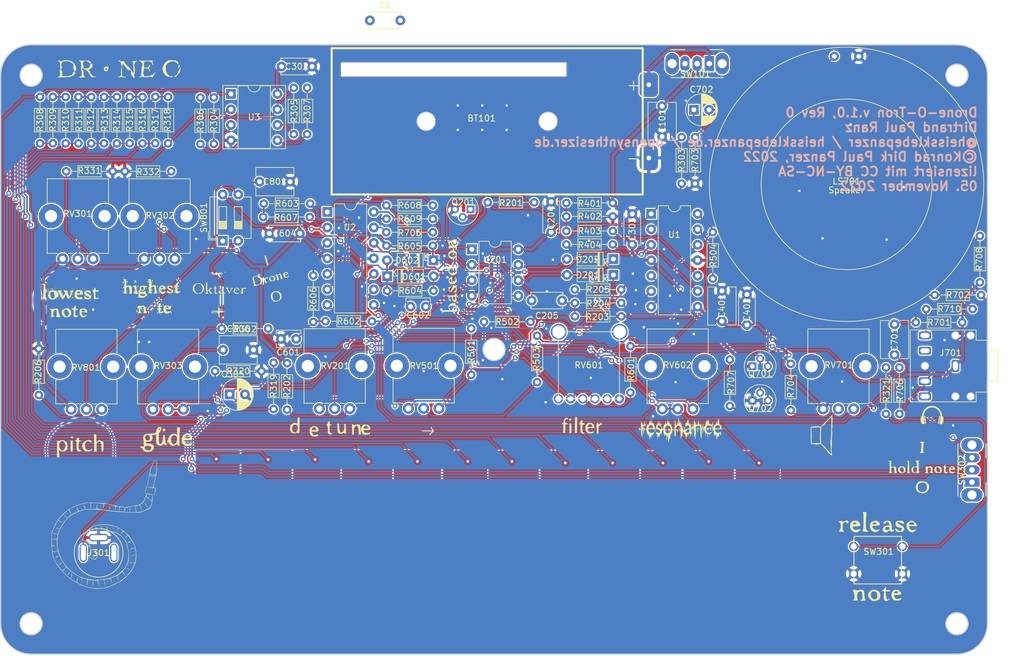
<source format=kicad_pcb>
(kicad_pcb (version 20211014) (generator pcbnew)
  (layers (0 "F.Cu" signal) (31 "B.Cu" signal) (34 "B.Paste" user) (35 "F.Paste" user) (36 "B.SilkS" user "B.Silkscreen") (37 "F.SilkS" user "F.Silkscreen") (38 "B.Mask" user) (39 "F.Mask" user) (44 "Edge.Cuts" user))
  (net 0 "")
  (net 1 "+3V0")
  (net 2 "GND")
  (net 3 "Net-(C205-Pad1)")
  (net 4 "cap_switch")
  (net 5 "Net-(C701-Pad1)")
  (net 6 "+1V5")
  (net 7 "Net-(C601-Pad1)")
  (net 8 "Net-(C602-Pad1)")
  (net 9 "Net-(C602-Pad2)")
  (net 10 "Net-(C801-Pad1)")
  (net 11 "Net-(C702-Pad1)")
  (net 12 "Net-(C702-Pad2)")
  (net 13 "Net-(BT101-Pad1)")
  (net 14 "Net-(J701-PadTN)")
  (net 15 "Net-(D601-Pad2)")
  (net 16 "Net-(D201-Pad1)")
  (net 17 "Net-(J701-PadR)")
  (net 18 "Net-(D202-Pad2)")
  (net 19 "CV_pitch")
  (net 20 "Net-(Q201-Pad1)")
  (net 21 "Gate_VCO")
  (net 22 "U_pitch")
  (net 23 "Net-(R204-Pad2)")
  (net 24 "U_triangle")
  (net 25 "Net-(R205-Pad2)")
  (net 26 "Net-(R302-Pad2)")
  (net 27 "Net-(R303-Pad2)")
  (net 28 "Net-(R304-Pad1)")
  (net 29 "Net-(R304-Pad2)")
  (net 30 "Net-(R202-Pad2)")
  (net 31 "Net-(R305-Pad2)")
  (net 32 "Net-(R306-Pad1)")
  (net 33 "Net-(R306-Pad2)")
  (net 34 "Net-(R307-Pad1)")
  (net 35 "Net-(R307-Pad2)")
  (net 36 "Net-(R308-Pad2)")
  (net 37 "Net-(R309-Pad2)")
  (net 38 "Net-(R310-Pad2)")
  (net 39 "Net-(R311-Pad2)")
  (net 40 "Net-(R312-Pad2)")
  (net 41 "Net-(R313-Pad2)")
  (net 42 "Net-(R314-Pad2)")
  (net 43 "Net-(R315-Pad2)")
  (net 44 "Net-(R316-Pad2)")
  (net 45 "Net-(R317-Pad2)")
  (net 46 "Net-(R305-Pad1)")
  (net 47 "Net-(R331-Pad1)")
  (net 48 "Net-(R332-Pad1)")
  (net 49 "Net-(RV801-Pad2)")
  (net 50 "Net-(R401-Pad2)")
  (net 51 "Net-(R403-Pad2)")
  (net 52 "Net-(R404-Pad2)")
  (net 53 "U_rectangle")
  (net 54 "Net-(R501-Pad2)")
  (net 55 "Net-(R503-Pad1)")
  (net 56 "Net-(R503-Pad2)")
  (net 57 "U_vco")
  (net 58 "Net-(R504-Pad2)")
  (net 59 "Net-(R601-Pad2)")
  (net 60 "Net-(R602-Pad1)")
  (net 61 "Net-(R603-Pad2)")
  (net 62 "Net-(R606-Pad2)")
  (net 63 "Net-(R607-Pad2)")
  (net 64 "Net-(R608-Pad1)")
  (net 65 "to_output")
  (net 66 "Net-(R609-Pad1)")
  (net 67 "Net-(R704-Pad1)")
  (net 68 "Net-(R704-Pad2)")
  (net 69 "Net-(R705-Pad2)")
  (net 70 "Net-(R706-Pad2)")
  (net 71 "Net-(R707-Pad2)")
  (net 74 "Net-(Q201-Pad2)")
  (net 75 "Net-(Q701-Pad2)")
  (net 76 "Net-(R206-Pad1)")
  (net 80 "Net-(J701-PadT)")
  (net 81 "Net-(C701-Pad2)")
  (net 82 "Net-(R319-Pad1)")
  (net 83 "Net-(C306-Pad1)")
  (net 84 "Net-(R320-Pad1)")
  (net 85 "Net-(R321-Pad1)")
  (footprint "LOGO" (layer "F.Cu") (at 44.376877 38.271487 15)
    (fp_text reference "G***" hide)
    (fp_text value "LOGO" hide)
  )
  (footprint "LOGO" (layer "F.Cu") (at 69.977232 63.179592)
    (fp_text reference "G***" hide)
    (fp_text value "LOGO" hide)
  )
  (footprint "LOGO" (layer "F.Cu") (at 95.4 62.7)
    (fp_text reference "G***" hide)
    (fp_text value "LOGO" hide)
  )
  (footprint "Resistor_THT:R_Axial_DIN0204_L3.6mm_D1.6mm_P7.62mm_Horizontal" (layer "F.Cu") (at 35.29 53.7)
    (fp_text reference "R320")
    (fp_text value "47kΩ")
  )
  (footprint "Resistor_THT:R_Axial_DIN0204_L3.6mm_D1.6mm_P7.62mm_Horizontal" (layer "F.Cu") (at 50.4 14.81 90)
    (fp_text reference "R307")
    (fp_text value "1.5kΩ")
  )
  (footprint "LOGO" (layer "F.Cu") (at 143.9 81.1)
    (fp_text reference "G***" hide)
    (fp_text value "LOGO" hide)
  )
  (footprint "Resistor_THT:R_Axial_DIN0204_L3.6mm_D1.6mm_P7.62mm_Horizontal" (layer "F.Cu") (at 94.29 42.5)
    (fp_text reference "R204")
    (fp_text value "1.5kΩ")
  )
  (footprint "LOGO" (layer "F.Cu") (at 24.8 43.5)
    (fp_text reference "G***" hide)
    (fp_text value "LOGO" hide)
  )
  (footprint "Capacitor_THT:C_Disc_D6.0mm_W4.4mm_P5.00mm" (layer "F.Cu") (at 118.4 45.5 90)
    (fp_text reference "C401")
    (fp_text value "10µF")
  )
  (footprint "Button_Switch_THT:SW_CuK_OS102011MA1QN1_SPDT_Angled" (layer "F.Cu") (at 159.4 71.9 90)
    (fp_text reference "SW302")
    (fp_text value "slider_switch/schiebeschalter")
  )
  (footprint "Potentiometer_THT:Potentiometer_Alps_RK09K_Single_Vertical" (layer "F.Cu") (at 28.7 35.25 90)
    (fp_text reference "RV302")
    (fp_text value "5kΩ_trim")
  )
  (footprint "LOGO" (layer "F.Cu") (at 134.4 64.3)
    (fp_text reference "G***" hide)
    (fp_text value "LOGO" hide)
  )
  (footprint "Resistor_THT:R_Axial_DIN0204_L3.6mm_D1.6mm_P7.62mm_Horizontal" (layer "F.Cu") (at 92.89 28.3)
    (fp_text reference "R402")
    (fp_text value "10kΩ")
  )
  (footprint "Resistor_THT:R_Axial_DIN0204_L3.6mm_D1.6mm_P7.62mm_Horizontal" (layer "F.Cu") (at 63.39 33.1)
    (fp_text reference "R605")
    (fp_text value "10kΩ")
  )
  (footprint "Resistor_THT:R_Axial_DIN0204_L3.6mm_D1.6mm_P7.62mm_Horizontal" (layer "F.Cu") (at 101.9 40.3 180)
    (fp_text reference "R205")
    (fp_text value "1.5kΩ")
  )
  (footprint "LOGO" (layer "F.Cu") (at 143.8 87.1)
    (fp_text reference "G***" hide)
    (fp_text value "LOGO" hide)
  )
  (footprint "LOGO" (layer "F.Cu") (at 27.3 64.7)
    (fp_text reference "G***" hide)
    (fp_text value "LOGO" hide)
  )
  (footprint "Resistor_THT:R_Axial_DIN0204_L3.6mm_D1.6mm_P7.62mm_Horizontal" (layer "F.Cu") (at 100.51 26.1 180)
    (fp_text reference "R401")
    (fp_text value "10kΩ")
  )
  (footprint "Resistor_THT:R_Axial_DIN0204_L3.6mm_D1.6mm_P7.62mm_Horizontal" (layer "F.Cu") (at 10.9 20.9)
    (fp_text reference "R331")
    (fp_text value "6.8kΩ")
  )
  (footprint "LOGO" (layer "F.Cu") (at 111.5 63.2)
    (fp_text reference "G***" hide)
    (fp_text value "LOGO" hide)
  )
  (footprint "Resistor_THT:R_Axial_DIN0204_L3.6mm_D1.6mm_P7.62mm_Horizontal" (layer "F.Cu") (at 153.28 41.2)
    (fp_text reference "R702")
    (fp_text value "100Ω")
  )
  (footprint "Resistor_THT:R_Axial_DIN0204_L3.6mm_D1.6mm_P7.62mm_Horizontal" (layer "F.Cu") (at 51.4 45.61 90)
    (fp_text reference "R606")
    (fp_text value "1.5kΩ")
  )
  (footprint "Resistor_THT:R_Axial_DIN0204_L3.6mm_D1.6mm_P7.62mm_Horizontal" (layer "F.Cu") (at 6.4 57.61 90)
    (fp_text reference "R206")
    (fp_text value "6.8kΩ")
  )
  (footprint "LOGO" (layer "F.Cu") (at 138.8 63.9)
    (fp_text reference "G***" hide)
    (fp_text value "LOGO" hide)
  )
  (footprint "Potentiometer_THT:Potentiometer_Alps_RK09K_Single_Vertical" (layer "F.Cu") (at 16.7 59.95 90)
    (fp_text reference "RV801")
    (fp_text value "10kΩ_lin")
  )
  (footprint "Capacitor_THT:CP_Radial_D5.0mm_P2.50mm" (layer "F.Cu") (at 113.8 10.8)
    (fp_text reference "C702")
    (fp_text value "100µF")
  )
  (footprint "Resistor_THT:R_Axial_DIN0204_L3.6mm_D1.6mm_P7.62mm_Horizontal" (layer "F.Cu") (at 35.1 16.4 90)
    (fp_text reference "R304")
    (fp_text value "1.5kΩ")
  )
  (footprint "LOGO" (layer "F.Cu") (at 15.3 41.2)
    (fp_text reference "G***" hide)
    (fp_text value "LOGO" hide)
  )
  (footprint "Resistor_THT:R_Axial_DIN0204_L3.6mm_D1.6mm_P7.62mm_Horizontal" (layer "F.Cu") (at 6.6 8.69 -90)
    (fp_text reference "R308")
    (fp_text value "330Ω")
  )
  (footprint "Konradslibrary:Audio_Jack_stereo_tip_ring_switch_PJ-307" (layer "F.Cu") (at 156.685534 52.835534 90)
    (fp_text reference "J701")
    (fp_text value "AudioJack3_SwitchTR")
    (fp_circle (center -5 2.5) (end -4.4 2.5) (layer "Edge.Cuts") (width 0.12) (fill none))
    (fp_circle (center 5 0) (end 5.6 0) (layer "Edge.Cuts") (width 0.12) (fill none))
    (fp_circle (center 0 -5) (end 0.6 -5) (layer "Edge.Cuts") (width 0.12) (fill none))
    (fp_circle (center 5 2.5) (end 5.6 2.5) (layer "Edge.Cuts") (width 0.12) (fill none))
    (fp_circle (center -5 0) (end -4.4 0) (layer "Edge.Cuts") (width 0.12) (fill none))
  )
  (footprint "Resistor_THT:R_Axial_DIN0204_L3.6mm_D1.6mm_P7.62mm_Horizontal" (layer "F.Cu") (at 129.7 60.11 90)
    (fp_text reference "R704")
    (fp_text value "1.5kΩ")
  )
  (footprint "Konradslibrary:rk_1212G_stereo_potentiometer" (layer "F.Cu") (at 96.635534 52.735534)
    (fp_text reference "RV601")
    (fp_text value "50kΩ_log_stereo")
  )
  (footprint "Resistor_THT:R_Axial_DIN0204_L3.6mm_D1.6mm_P7.62mm_Horizontal" (layer "F.Cu") (at 36.39 46.7)
    (fp_text reference "R302")
    (fp_text value "1.5kΩ")
  )
  (footprint "Resistor_THT:R_Axial_DIN0204_L3.6mm_D1.6mm_P7.62mm_Horizontal" (layer "F.Cu") (at 61.02 45.5 180)
    (fp_text reference "R602")
    (fp_text value "1.5kΩ")
  )
  (footprint "Resistor_THT:R_Axial_DIN0204_L3.6mm_D1.6mm_P7.62mm_Horizontal" (layer "F.Cu") (at 103.4 49.59 -90)
    (fp_text reference "R601")
    (fp_text value "1.5kΩ")
  )
  (footprint "Package_DIP:DIP-14_W7.62mm" (layer "F.Cu") (at 106.8 27.875)
    (fp_text reference "U1")
    (fp_text value "MCP6004")
  )
  (footprint "LOGO" (layer "F.Cu") (at 35.956486 40.98761)
    (fp_text reference "G***" hide)
    (fp_text value "LOGO" hide)
  )
  (footprint "Capacitor_THT:C_Disc_D5.0mm_W2.5mm_P5.00mm" (layer "F.Cu") (at 46.2 3.7)
    (fp_text reference "C302")
    (fp_text value "100nF")
  )
  (footprint "Konradslibrary:speaker_LSM-45F" (layer "F.Cu") (at 138.835534 23.035534)
    (fp_text reference "LS701")
    (fp_text value "Speaker_Lautsprecher")
  )
  (footprint "Resistor_THT:R_Axial_DIN0204_L3.6mm_D1.6mm_P7.62mm_Horizontal" (layer "F.Cu") (at 25.5 16.3 90)
    (fp_text reference "R317")
    (fp_text value "1.21kΩ")
  )
  (footprint "LOGO" (layer "F.Cu") (at 6.358594 44.118239)
    (fp_text reference "G***" hide)
    (fp_text value "LOGO" hide)
  )
  (footprint "Package_TO_SOT_THT:TO-92" (layer "F.Cu") (at 77.17 27.13 180)
    (fp_text reference "Q201")
    (fp_text value "NPN-BJT/Bipo")
  )
  (footprint "Capacitor_THT:C_Disc_D5.0mm_W2.5mm_P5.00mm" (layer "F.Cu") (at 49.2 31.1 180)
    (fp_text reference "C604")
    (fp_text value "100nF")
  )
  (footprint "LOGO" (layer "F.Cu") (at 35.956486 40.98761)
    (fp_text reference "G***" hide)
    (fp_text value "LOGO" hide)
  )
  (footprint "Resistor_THT:R_Axial_DIN0204_L3.6mm_D1.6mm_P7.62mm_Horizontal" (layer "F.Cu") (at 71.11 40.5 180)
    (fp_text reference "R604")
    (fp_text value "10kΩ")
  )
  (footprint "Resistor_THT:R_Axial_DIN0204_L3.6mm_D1.6mm_P7.62mm_Horizontal" (layer "F.Cu") (at 114 22.91 90)
    (fp_text reference "R703")
    (fp_text value "1MΩ")
  )
  (footprint "LOGO" (layer "F.Cu") (at 15.3 41.2)
    (fp_text reference "G***" hide)
    (fp_text value "LOGO" hide)
  )
  (footprint "LOGO" (layer "F.Cu") (at 24.6 42.2)
    (fp_text reference "G***" hide)
    (fp_text value "LOGO" hide)
  )
  (footprint "Resistor_THT:R_Axial_DIN0204_L3.6mm_D1.6mm_P7.62mm_Horizontal" (layer "F.Cu") (at 116.9 30.89 -90)
    (fp_text reference "R504")
    (fp_text value "1.5kΩ")
  )
  (footprint "Capacitor_THT:C_Disc_D3.8mm_W2.6mm_P2.50mm" (layer "F.Cu") (at 48.6 48.4 180)
    (fp_text reference "C601")
    (fp_text value "4.7nF")
  )
  (footprint "Potentiometer_THT:Potentiometer_Alps_RK09K_Single_Vertical" (layer "F.Cu") (at 15.3 35.25 90)
    (fp_text reference "RV301")
    (fp_text value "5kΩ_trim")
  )
  (footprint "Resistor_THT:R_Axial_DIN0204_L3.6mm_D1.6mm_P7.62mm_Horizontal" (layer "F.Cu") (at 21.3 16.3 90)
    (fp_text reference "R315")
    (fp_text value "910Ω")
  )
  (footprint "LOGO" (layer "F.Cu") (at 6.358594 44.118239)
    (fp_text reference "G***" hide)
    (fp_text value "LOGO" hide)
  )
  (footprint "Resistor_THT:R_Axial_DIN0204_L3.6mm_D1.6mm_P7.62mm_Horizontal" (layer "F.Cu") (at 92.89 30.7)
    (fp_text reference "R403")
    (fp_text value "1.5kΩ")
  )
  (footprint "Capacitor_THT:C_Disc_D5.0mm_W2.5mm_P5.00mm" (layer "F.Cu") (at 103.7 32.9 90)
    (fp_text reference "C303")
    (fp_text value "100nF")
  )
  (footprint "LOGO" (layer "F.Cu") (at 20.275675 43.352547)
    (fp_text reference "G***" hide)
    (fp_text value "LOGO" hide)
  )
  (footprint "LOGO" (layer "F.Cu") (at 74.048169 24.644102 90)
    (fp_text reference "G***" hide)
    (fp_text value "LOGO" hide)
  )
  (footprint "Diode_THT:D_DO-35_SOD27_P7.62mm_Horizontal" (layer "F.Cu") (at 100.6 37.9 180)
    (fp_text reference "D201")
    (fp_text value "Schottkydiode")
  )
  (footprint "Konradslibrary:PJ-392" (layer "F.Cu") (at 16.2 83.5)
    (fp_text reference "J301")
    (fp_text value "3.5mm_AUX_plug/buchse_PJ392_vertical")
  )
  (footprint "Resistor_THT:R_Axial_DIN0204_L3.6mm_D1.6mm_P7.62mm_Horizontal" (layer "F.Cu") (at 79.39 45.6)
    (fp_text reference "R502")
    (fp_text value "1.5kΩ")
  )
  (footprint "Resistor_THT:R_Axial_DIN0204_L3.6mm_D1.6mm_P7.62mm_Horizontal" (layer "F.Cu") (at 19.2 8.7 -90)
    (fp_text reference "R314")
    (fp_text value "787Ω")
  )
  (footprint "Capacitor_THT:C_Disc_D5.0mm_W2.5mm_P5.00mm" (layer "F.Cu") (at 60.68 -3.86)
    (fp_text reference "C1")
    (fp_text value "470nF")
  )
  (footprint "Capacitor_THT:C_Disc_D5.0mm_W2.5mm_P5.00mm" (layer "F.Cu") (at 90.4 25.9 -90)
    (fp_text reference "C204")
    (fp_text value "100nF")
  )
  (footprint "Resistor_THT:R_Axial_DIN0204_L3.6mm_D1.6mm_P7.62mm_Horizontal" (layer "F.Cu") (at 15 8.7 -90)
    (fp_text reference "R312")
    (fp_text value "619Ω")
  )
  (footprint "Resistor_THT:R_Axial_DIN0204_L3.6mm_D1.6mm_P7.62mm_Horizontal" (layer "F.Cu") (at 145.3 60.71 90)
    (fp_text reference "R321")
    (fp_text value "1.5kΩ")
  )
  (footprint "Resistor_THT:R_Axial_DIN0204_L3.6mm_D1.6mm_P7.62mm_Horizontal" (layer "F.Cu") (at 92.89 32.9)
    (fp_text reference "R404")
    (fp_text value "1.5kΩ")
  )
  (footprint "Package_TO_SOT_THT:TO-92" (layer "F.Cu") (at 123.4 52.9)
    (fp_text reference "Q701")
    (fp_text value "NPN-BJT/Bipo_high_beta")
  )
  (footprint "Konradslibrary:Reichelt_Batteriehalter_2_AAA" (layer "F.Cu") (at 54.410534 24.698034)
    (fp_text reference "BT101")
    (fp_text value "Batteriefach")
    (fp_circle (center 15.5 -12) (end 17 -12) (layer "Edge.Cuts") (width 0.12) (fill none))
    (fp_circle (center 35.5 -12) (end 37 -12) (layer "Edge.Cuts") (width 0.12) (fill none))
  )
  (footprint "LOGO" (layer "F.Cu") (at 11.4 42.4)
    (fp_text reference "G***" hide)
    (fp_text value "LOGO" hide)
  )
  (footprint "Package_DIP:DIP-14_W7.62mm" (layer "F.Cu") (at 53.7 27.575)
    (fp_text reference "U2")
    (fp_text value "MCP6004")
  )
  (footprint "Resistor_THT:R_Axial_DIN0204_L3.6mm_D1.6mm_P7.62mm_Horizontal" (layer "F.Cu") (at 94.29 44.7)
    (fp_text reference "R203")
    (fp_text value "1MΩ")
  )
  (footprint "LOGO" (layer "F.Cu") (at 44.818718 39.755643 15)
    (fp_text reference "G***" hide)
    (fp_text value "LOGO" hide)
  )
  (footprint "LOGO" (layer "F.Cu") (at 13.496113 66.029997)
    (fp_text reference "G***" hide)
    (fp_text value "LOGO" hide)
  )
  (footprint "Resistor_THT:R_Axial_DIN0204_L3.6mm_D1.6mm_P7.62mm_Horizontal" (layer "F.Cu") (at 119.7 59.41 90)
    (fp_text reference "R707")
    (fp_text value "1.5kΩ")
  )
  (footprint "Package_TO_SOT_THT:TO-92" (layer "F.Cu") (at 123.4 58.5)
    (fp_text reference "Q702")
    (fp_text value "PNP-BJT/Bipo_high_beta")
  )
  (footprint "Capacitor_THT:C_Disc_D5.0mm_W2.5mm_P5.00mm" (layer "F.Cu") (at 122.5 46.1 90)
    (fp_text reference "C402")
    (fp_text value "100nF")
  )
  (footprint "Resistor_THT:R_Axial_DIN0204_L3.6mm_D1.6mm_P7.62mm_Horizontal" (layer "F.Cu") (at 71.01 26.5 180)
    (fp_text reference "R608")
    (fp_text value "1.5kΩ")
  )
  (footprint "LOGO" (layer "F.Cu") (at 13.439966 66.923639)
    (fp_text reference "G***" hide)
    (fp_text value "LOGO" hide)
  )
  (footprint "Resistor_THT:R_Axial_DIN0204_L3.6mm_D1.6mm_P7.62mm_Horizontal" (layer "F.Cu") (at 147.5 60.71 90)
    (fp_text reference "R706")
    (fp_text value "1.5kΩ")
  )
  (footprint "Resistor_THT:R_Axial_DIN0204_L3.6mm_D1.6mm_P7.62mm_Horizontal" (layer "F.Cu") (at 71 30.9 180)
    (fp_text reference "R705")
    (fp_text value "1.5kΩ")
  )
  (footprint "Diode_THT:D_DO-35_SOD27_P7.62mm_Horizontal" (layer "F.Cu") (at 100.6 35.3 180)
    (fp_text reference "D202")
    (fp_text value "Schottkydiode")
  )
  (footprint "Button_Switch_THT:SW_CuK_OS102011MA1QN1_SPDT_Angled" (layer "F.Cu") (at 116.335534 3.235534 180)
    (fp_text reference "SW101")
    (fp_text value "slider_switch/schiebeschalter")
  )
  (footprint "Resistor_THT:R_Axial_DIN0204_L3.6mm_D1.6mm_P7.62mm_Horizontal" (layer "F.Cu") (at 88.1 55.5 90)
    (fp_text reference "R503")
    (fp_text value "1.5kΩ")
  )
  (footprint "Capacitor_THT:C_Disc_D3.8mm_W2.6mm_P2.50mm" (layer "F.Cu") (at 67.35 43.1)
    (fp_text reference "C602")
    (fp_text value "4.7nF")
  )
  (footprint "Package_DIP:DIP-8_W7.62mm" (layer "F.Cu") (at 77.4 33.7)
    (fp_text reference "U201")
    (fp_text value "NE555")
  )
  (footprint "Capacitor_THT:C_Disc_D6.0mm_W4.4mm_P5.00mm" (layer "F.Cu") (at 42.6 22.6)
    (fp_text reference "C801")
    (fp_text value "470nF")
  )
  (footprint "Capacitor_THT:C_Disc_D5.0mm_W2.5mm_P5.00mm" (layer "F.Cu") (at 92.2 42.1 180)
    (fp_text reference "C205")
    (fp_text value "100nF")
  )
  (footprint "Resistor_THT:R_Axial_DIN0204_L3.6mm_D1.6mm_P7.62mm_Horizontal" (layer "F.Cu") (at 44.9 52.3 -90)
    (fp_text reference "R319")
    (fp_text value "100Ω")
  )
  (footprint "Diode_THT:D_DO-35_SOD27_P7.62mm_Horizontal" (layer "F.Cu") (at 63.52 38.1)
    (fp_text reference "D601")
    (fp_text value "Schottkydiode")
  )
  (footprint "Resistor_THT:R_Axial_DIN0204_L3.6mm_D1.6mm_P7.62mm_Horizontal" (layer "F.Cu") (at 47.1 52.39 -90)
    (fp_text reference "R202")
    (fp_text value "6.8kΩ")
  )
  (footprint "Konradslibrary:PCB_piano_keys_1_ocatve_100mm" (layer "F.Cu") (at 51.228231 63.757781)
    (fp_text reference "U301" hide)
    (fp_text value "Klaviatur_one_octave")
  )
  (footprint "Package_DIP:DIP-8_W7.62mm_Socket" (layer "F.Cu") (at 37.9 8.2)
    (fp_text reference "U3")
    (fp_text value "MCP6002")
  )
  (footprint "LOGO" (layer "F.Cu") (at 94.917809 62.931553)
    (fp_text reference "G***" hide)
    (fp_text value "LOGO" hide)
  )
  (footprint "Potentiometer_THT:Potentiometer_Alps_RK09K_Single_Vertical" (layer "F.Cu") (at 140 59.885534 90)
    (fp_text reference "RV701")
    (fp_text value "10kΩ_lin")
  )
  (footprint "LOGO" (layer "F.Cu") (at 35.956486 41.1)
    (fp_text reference "G***" hide)
    (fp_text value "LOGO" hide)
  )
  (footprint "Capacitor_THT:C_Disc_D6.0mm_W4.4mm_P5.00mm" (layer "F.Cu") (at 146.7 51 90)
    (fp_text reference "C701")
    (fp_text value "10µF")
  )
  (footprint "LOGO" (layer "F.Cu") (at 151.2 69.6)
    (fp_text reference "G***" hide)
    (fp_text value "LOGO" hide)
  )
  (footprint "Potentiometer_THT:Potentiometer_Alps_RK09K_Single_Vertical" (layer "F.Cu") (at 72 59.8 90)
    (fp_text reference "RV501")
    (fp_text value "10kΩ_lin")
  )
  (footprint "LOGO" (layer "F.Cu") (at 26.8 4)
    (fp_text reference "G***" hide)
    (fp_text value "LOGO" hide)
  )
  (footprint "Resistor_THT:R_Axial_DIN0204_L3.6mm_D1.6mm_P7.62mm_Horizontal" (layer "F.Cu") (at 50.9 26.2 180)
    (fp_text reference "R603")
    (fp_text value "3.5kΩ")
  )
  (footprint "LOGO" (layer "F.Cu") (at 66.681107 31.17982)
    (fp_text reference "G***" hide)
    (fp_text value "LOGO" hide)
  )
  (footprint "Resistor_THT:R_Axial_DIN0204_L3.6mm_D1.6mm_P7.62mm_Horizontal" (layer "F.Cu") (at 32.9 8.8 -90)
    (fp_text reference "R306")
    (fp_text value "1.5kΩ")
  )
  (footprint "Resistor_THT:R_Axial_DIN0204_L3.6mm_D1.6mm_P7.62mm_Horizontal" (layer "F.Cu") (at 10.8 8.7 -90)
    (fp_text reference "R310")
    (fp_text value "442Ω")
  )
  (footprint "Resistor_THT:R_Axial_DIN0204_L3.6mm_D1.6mm_P7.62mm_Horizontal" (layer "F.Cu") (at 28.12 20.9 180)
    (fp_text reference "R332")
    (fp_text value "6.8kΩ")
  )
  (footprint "LOGO" (layer "F.Cu") (at 19.2 79.2 40)
    (fp_text reference "G***" hide)
    (fp_text value "LOGO" hide)
  )
  (footprint "Resistor_THT:R_Axial_DIN0204_L3.6mm_D1.6mm_P7.62mm_Horizontal" (layer "F.Cu") (at 23.4 8.7 -90)
    (fp_text reference "R316")
    (fp_text value "1.05kΩ")
  )
  (footprint "LOGO" (layer "F.Cu") (at 35.941146 41.082796)
    (fp_text reference "G***" hide)
    (fp_text value "LOGO" hide)
  )
  (footprint "Resistor_THT:R_Axial_DIN0204_L3.6mm_D1.6mm_P7.62mm_Horizontal" (layer "F.Cu") (at 8.7 16.3 90)
    (fp_text reference "R309")
    (fp_text value "402Ω")
  )
  (footprint "Resistor_THT:R_Axial_DIN0204_L3.6mm_D1.6mm_P7.62mm_Horizontal" (layer "F.Cu") (at 159.5 43.5 180)
    (fp_text reference "R710")
    (fp_text value "100Ω")
  )
  (footprint "Potentiometer_THT:Potentiometer_Alps_RK09K_Single_Vertical" (layer "F.Cu") (at 113.635534 59.885534 90)
    (fp_text reference "RV602")
    (fp_text value "10kΩ_lin")
  )
  (footprint "Konradslibrary:push_button_8mm" (layer "F.Cu") (at 140 86.95)
    (fp_text reference "SW301")
    (fp_text value "push_button/Knopf")
  )
  (footprint "Resistor_THT:R_Axial_DIN0204_L3.6mm_D1.6mm_P7.62mm_Horizontal" (layer "F.Cu") (at 77.3 46.69 -90)
    (fp_text reference "R501")
    (fp_text value "10kΩ")
  )
  (footprint "Resistor_THT:R_Axial_DIN0204_L3.6mm_D1.6mm_P7.62mm_Horizontal" (layer "F.Cu") (at 27.6 8.7 -90)
    (fp_text reference "R318")
    (fp_text value "1.33kΩ")
  )
  (footprint "Potentiometer_THT:Potentiometer_Alps_RK09K_Single_Vertical" (layer "F.Cu") (at 30.1 59.95 90)
    (fp_text reference "RV303")
    (fp_text value "10kΩ_lin")
  )
  (footprint "Capacitor_THT:C_Disc_D6.0mm_W4.4mm_P5.00mm" (layer "F.Cu") (at 36.6 50.2)
    (fp_text reference "C306")
    (fp_text value "10µF")
  )
  (footprint "LOGO" (layer "F.Cu") (at 24.8 43.5)
    (fp_text reference "G***" hide)
    (fp_text value "LOGO" hide)
  )
  (footprint "Diode_THT:D_DO-35_SOD27_P7.62mm_Horizontal" (layer "F.Cu") (at 71.11 35.5 180)
    (fp_text reference "D602")
    (fp_text value "Schottkydiode")
  )
  (footprint "Resistor_THT:R_Axial_DIN0204_L3.6mm_D1.6mm_P7.62mm_Horizontal" (layer "F.Cu") (at 63.4 28.7)
    (fp_text reference "R609")
    (fp_text value "1.5kΩ")
  )
  (footprint "Resistor_THT:R_Axial_DIN0204_L3.6mm_D1.6mm_P7.62mm_Horizontal" (layer "F.Cu") (at 17.1 16.31 90)
    (fp_text reference "R313")
    (fp_text value "698Ω")
  )
  (footprint "LOGO" (layer "F.Cu") (at 28.1 40.083539)
    (fp_text reference "G***" hide)
    (fp_text value "LOGO" hide)
  )
  (footprint "LOGO" (layer "F.Cu") (at 55 62.6)
    (fp_text reference "G***" hide)
    (fp_text value "LOGO" hide)
  )
  (footprint "LOGO" (layer "F.Cu") (at 23.770625 66.940244)
    (fp_text reference "G***" hide)
    (fp_text value "LOGO" hide)
  )
  (footprint "Resistor_THT:R_Axial_DIN0204_L3.6mm_D1.6mm_P7.62mm_Horizontal" (layer "F.Cu") (at 160.7 31.5 -90)
    (fp_text reference "R708")
    (fp_text value "10kΩ")
  )
  (footprint "Potentiometer_THT:Potentiometer_Alps_RK09K_Single_Vertical" (layer "F.Cu") (at 57.4 59.85 90)
    (fp_text reference "RV201")
    (fp_text value "10kΩ_lin")
  )
  (footprint "LOGO" (layer "F.Cu") (at 152.8 61)
    (fp_text reference "G***" hide)
    (fp_text value "LOGO" hide)
  )
  (footprint "Capacitor_THT:CP_Radial_D5.0mm_P2.50mm" (layer "F.Cu") (at 37.694888 57.5)
    (fp_text reference "C305")
    (fp_text value "100µF")
  )
  (footprint "Resistor_THT:R_Axial_DIN0204_L3.6mm_D1.6mm_P7.62mm_Horizontal" (layer "F.Cu") (at 48.2 7.2 -90)
    (fp_text reference "R305")
    (fp_text value "1.5kΩ")
  )
  (footprint "Button_Switch_THT:SW_DIP_SPSTx02_Slide_6.7x6.64mm_W7.62mm_P2.54mm_LowProfile" (layer "F.Cu") (at 36.55 32.325 90)
    (fp_text reference "SW801")
    (fp_text value "DIP_switch")
  )
  (footprint "Resistor_THT:R_Axial_DIN0204_L3.6mm_D1.6mm_P7.62mm_Horizontal" (layer "F.Cu") (at 12.9 16.32 90)
    (fp_text reference "R311")
    (fp_text value "536Ω")
  )
  (footprint "Resistor_THT:R_Axial_DIN0204_L3.6mm_D1.6mm_P7.62mm_Horizontal" (layer "F.Cu") (at 111.8 15.29 -90)
    (fp_text reference "R303")
    (fp_text value "1.5kΩ")
  )
  (footprint "Resistor_THT:R_Axial_DIN0204_L3.6mm_D1.6mm_P7.62mm_Horizontal" (layer "F.Cu") (at 80 26)
    (fp_text reference "R201")
    (fp_text value "1.5kΩ")
  )
  (footprint "LOGO" (layer "F.Cu") (at 44.376877 38.271487 15)
    (fp_text reference "G***" hide)
    (fp_text value "LOGO" hide)
  )
  (footprint "Capacitor_THT:C_Disc_D6.0mm_W4.4mm_P5.00mm" (layer "F.Cu") (at 108.6 10.2 -90)
    (fp_text reference "C101")
    (fp_text value "10µF")
  )
  (footprint "Resistor_THT:R_Axial_DIN0204_L3.6mm_D1.6mm_P7.62mm_Horizontal" (layer "F.Cu") (at 150.19 45.7)
    (fp_text reference "R701")
    (fp_text value "47kΩ")
  )
  (footprint "Resistor_THT:R_Axial_DIN0204_L3.6mm_D1.6mm_P7.62mm_Horizontal" (layer "F.Cu") (at 43.2 28.4)
    (fp_text reference "R607")
    (fp_text value "1.5kΩ")
  )
  (gr_arc (start 26.4 98.9) (mid 26.263476 99.450421) (end 26.051603 99.976456) (layer "F.Cu") (width 0.2))
  (gr_arc (start 18.649492 100.008609) (mid 18.858055 96.18908) (end 22.024776 94.043345) (layer "F.Cu") (width 0.2))
  (gr_arc (start 31.820559 86.213766) (mid 25.893649 80.013839) (end 31.820325 73.813688) (layer "F.Cu") (width 0.2))
  (gr_poly (pts (xy 12.4 39.5) (xy 11.7 40) (xy 11.4 39.3)) (layer "F.Cu") (width 0.2) (fill solid))
  (gr_arc (start 31.823415 92.358763) (mid 28.01695 91.097836) (end 31.808898 89.793901) (layer "F.Cu") (width 0.2))
  (gr_arc (start 31.820559 84.499499) (mid 27.611051 80.015101) (end 31.823966 75.533903) (layer "F.Cu") (width 0.2))
  (gr_poly (pts (xy 13.9 42.4) (xy 14.2 42.9) (xy 12.9 43.1) (xy 12.1 42.2)) (layer "F.Cu") (width 0.2) (fill solid))
  (gr_poly (pts (xy 15.5 39.9) (xy 16.2 40.6) (xy 16.2 41.6) (xy 16.5 42.3) (xy 15.7 42.5) (xy 15.3 41.9) (xy 13.9 42.2) (xy 13.6 40) (xy 14.8 40.6) (xy 14.5 39.6)) (layer "F.Cu") (width 0.2) (fill solid))
  (gr_poly (pts (xy 7.5 39.3) (xy 7.8 39.9) (xy 7.4 40.3) (xy 7.5 41.1) (xy 7.7 40.9) (xy 7.8 41.5) (xy 7.5 41.8) (xy 7.1 41.8) (xy 7.2 40.9) (xy 7 40.9) (xy 6.9 40.2) (xy 6.9 39.2) (xy 7 39.2)) (layer "F.Cu") (width 0.2) (fill solid))
  (gr_arc (start 31.822073 83.150966) (mid 29.073263 80.134181) (end 31.823966 77.119123) (layer "F.Cu") (width 0.2))
  (gr_arc (start 31.848474 94.453222) (mid 26.551458 92.363565) (end 29.385321 87.424509) (layer "F.Cu") (width 0.15))
  (gr_arc (start 31.81986 81.641572) (mid 30.463065 80.022057) (end 31.81986 78.402541) (layer "F.Cu") (width 0.2))
  (gr_arc (start 21.491671 99.969085) (mid 22.263436 96.18366) (end 22.915175 99.991586) (layer "F.Cu") (width 0.2))
  (gr_arc (start 31.811546 96.737259) (mid 24.804714 93.548898) (end 27.146224 86.215504) (layer "F.Cu") (width 0.2))
  (gr_arc (start 31.795198 99.483658) (mid 22.278694 94.430093) (end 25.444532 84.130586) (layer "F.Cu") (width 0.2))
  (gr_poly (pts (xy 9.349346 43.17991) (xy 9.9 43.4) (xy 10.295249 42.900226) (xy 12.395249 42.800226) (xy 13.9 43.2) (xy 14.3 43.5) (xy 14.2 45.2) (xy 13.3 45.2) (xy 12.9 45.1) (xy 12.3 45.5) (xy 10.1 45.4) (xy 9.6 45.7) (xy 8.9 45.4) (xy 8.3 45.6) (xy 7.9 44.2) (xy 7.849346 42.97991)) (layer "F.Cu") (width 0.2) (fill solid))
  (gr_arc (start 31.826492 87.882913) (mid 24.303867 80.095349) (end 31.81986 72.301384) (layer "F.Cu") (width 0.2))
  (gr_poly (pts (xy 10.1 40.3) (xy 10.4 41.3) (xy 10.7 40.8) (xy 10.5 40.5) (xy 11.2 40.5) (xy 11.4 41.4) (xy 11.6 40.5) (xy 11.6 40.2) (xy 12.1 40.3) (xy 12.3 41.2) (xy 12.5 40.4) (xy 12.8 40.1) (xy 13.5 40.6) (xy 13.6 41.2) (xy 12.7 41.2) (xy 13.1 41.6) (xy 13.5 41.6) (xy 13.6 42.2) (xy 12.4 41.9) (xy 11.7 42) (xy 11 41.5) (xy 10.4 41.9) (xy 9.7 41.7) (xy 9.609901 42.30099) (xy 8.609901 42.20099) (xy 8 42) (xy 7.9 41.2) (xy 7.9 40.3) (xy 9 39.8) (xy 8.9 40.3) (xy 9.2 40.6) (xy 9.8 41) (xy 9.5 40.5) (xy 9.7 39.9) (xy 9.9 39.8)) (layer "F.Cu") (width 0.2) (fill solid))
  (gr_poly (pts (xy 29.505176 3.425798) (xy 29.527114 3.513554) (xy 29.530248 3.63265) (xy 29.498907 3.679662) (xy 29.31086 4.015012) (xy 29.266983 4.033817) (xy 29.24191 3.993073) (xy 29.235642 3.936659) (xy 29.24191 3.805026) (xy 29.282653 3.654589) (xy 29.339067 3.544895) (xy 29.433091 3.400725) (xy 29.467566 3.391323)) (layer "F.SilkS") (width 0) (fill solid))
  (gr_poly (pts (xy 28.518501 2.699122) (xy 28.800438 2.713219) (xy 29.040085 2.833042) (xy 29.258587 2.93172) (xy 29.28678 3.030398) (xy 29.258587 3.241851) (xy 29.159908 3.375772) (xy 29.096473 3.29119) (xy 28.990746 3.107931) (xy 28.79339 2.974011) (xy 28.581937 2.88943) (xy 28.321145 2.868284) (xy 28.003965 2.917623) (xy 27.771367 3.02335) (xy 27.566962 3.150222) (xy 27.390752 3.340529) (xy 27.249783 3.573128) (xy 27.214541 3.707048) (xy 27.221589 3.819823) (xy 27.249783 3.996034) (xy 27.228638 4.277971) (xy 27.270928 4.503521) (xy 27.404848 4.77841) (xy 27.53172 4.982814) (xy 27.722028 5.130832) (xy 27.898239 5.250655) (xy 27.870045 5.335236) (xy 27.792512 5.384575) (xy 27.8 5.4) (xy 27.722028 5.426866) (xy 27.602205 5.426866) (xy 27.129959 5.13788) (xy 26.819828 4.693829) (xy 26.714102 4.32731) (xy 26.664763 3.988985) (xy 26.685908 3.862113) (xy 26.897361 3.389868) (xy 27.151105 3.030398) (xy 27.496478 2.769606) (xy 27.644495 2.677977) (xy 27.954626 2.66388) (xy 28.166079 2.66388)) (layer "F.SilkS") (width 0) (fill solid))
  (gr_line (start 71.1 63.5) (end 70.7 62.9) (layer "F.SilkS") (width 0.15))
  (gr_line (start 69.25 63.5) (end 70.95 63.5) (layer "F.SilkS") (width 0.15))
  (gr_poly (pts (xy 29.649345 4.16545) (xy 29.608601 4.39424) (xy 29.511444 4.616762) (xy 29.411152 4.776602) (xy 29.373543 4.807943) (xy 29.25758 4.989722) (xy 29.176093 5.096282) (xy 29.113411 5.165233) (xy 29.003717 5.221647) (xy 29.003717 5.281195) (xy 28.947303 5.331341) (xy 28.872084 5.372084) (xy 28.771792 5.409694) (xy 28.649562 5.428498) (xy 28.596282 5.419096) (xy 28.721647 5.243585) (xy 28.850145 5.127623) (xy 28.966108 5.071209) (xy 29.069533 4.920772) (xy 29.169825 4.770334) (xy 29.226239 4.629299) (xy 29.229373 4.547812) (xy 29.345336 4.39424) (xy 29.379811 4.281412) (xy 29.517712 4.065158) (xy 29.599199 3.936659) (xy 29.649345 3.895916)) (layer "F.SilkS") (width 0) (fill solid))
  (gr_line (start 71.1 63.5) (end 70.5 64.1) (layer "F.SilkS") (width 0.15))
  (gr_poly (pts (xy 28.33615 5.224781) (xy 28.345553 5.281195) (xy 28.311077 5.356414) (xy 28.232725 5.434766) (xy 28.154372 5.478644) (xy 28.094823 5.494315) (xy 28.025873 5.484912) (xy 27.966325 5.403425) (xy 28.17631 5.196574)) (layer "F.SilkS") (width 0) (fill solid))
  (gr_arc (start 0.135534 5.135534) (mid 1.6 1.6) (end 5.135534 0.135534) (layer "Edge.Cuts") (width 0.2))
  (gr_arc (start 5.135534 100.135534) (mid 1.6 98.671068) (end 0.135534 95.135534) (layer "Edge.Cuts") (width 0.2))
  (gr_line (start 5.135534 100.135534) (end 156.935534 100.135534) (layer "Edge.Cuts") (width 0.2))
  (gr_arc (start 161.935534 95.135534) (mid 160.471068 98.671068) (end 156.935534 100.135534) (layer "Edge.Cuts") (width 0.2))
  (gr_circle (center 156.935537 95.135534) (end 158.735537 95.135534) (layer "Edge.Cuts") (width 0.2) (fill none))
  (gr_circle (center 5.135531 5.135534) (end 6.935531 5.135534) (layer "Edge.Cuts") (width 0.2) (fill none))
  (gr_line (start 161.935534 95.135534) (end 161.935534 5.135534) (layer "Edge.Cuts") (width 0.2))
  (gr_line (start 156.935534 0.135534) (end 5.135534 0.135534) (layer "Edge.Cuts") (width 0.2))
  (gr_circle (center 81.035534 50.135534) (end 82.835534 50.135534) (layer "Edge.Cuts") (width 0.2) (fill none))
  (gr_circle (center 5.135534 95.135537) (end 6.935534 95.135537) (layer "Edge.Cuts") (width 0.2) (fill none))
  (gr_line (start 0.135534 5.135534) (end 0.135534 95.135534) (layer "Edge.Cuts") (width 0.2))
  (gr_circle (center 156.935534 5.135531) (end 158.735534 5.135531) (layer "Edge.Cuts") (width 0.2) (fill none))
  (gr_arc (start 156.935534 0.135534) (mid 160.471068 1.6) (end 161.935534 5.135534) (layer "Edge.Cuts") (width 0.2))
  (gr_text "Drone-O-Tron v.1.0, Rev 0\nDirtrand Paul Ranz\n@heissklebepanzer / heissklebepanzer.de / opensynthesizer.de\n©Konrad Dirk Paul Panzer, 2022\nlizensiert mit CC BY-NC-SA\n05. November 2022" (at 160.5 17.3) (layer "B.SilkS") (effects (font (size 1.5 1.5) (thickness 0.3)) (justify left mirror)))
  (gr_text "Speaker" (at 138.8 24) (layer "F.SilkS") (effects (font (size 1 1))))
  (segment (start 104.895 35.495) (end 106.8 35.495) (width 0.5) (layer "F.Cu") (net 1))
  (segment (start 122.437924 52.9) (end 111.6 42.062076) (width 0.5) (layer "F.Cu") (net 1))
  (segment (start 103.7 34.3) (end 104.895 35.495) (width 0.5) (layer "F.Cu") (net 1))
  (segment (start 48.7 3.7) (end 46.2 3.7) (width 0.5) (layer "F.Cu") (net 1))
  (segment (start 90.4 30.9) (end 91.740489 29.559511) (width 0.5) (layer "F.Cu") (net 1))
  (segment (start 80.112506 38.38819) (end 80.085821 38.38819) (width 0.5) (layer "F.Cu") (net 1))
  (segment (start 103.7 32.9) (end 103.7 34.3) (width 0.5) (layer "F.Cu") (net 1))
  (segment (start 111.6 42.062076) (end 111.6 40.2) (width 0.5) (layer "F.Cu") (net 1))
  (segment (start 91.740489 29.559511) (end 91.740489 25.623856) (width 0.5) (layer "F.Cu") (net 1))
  (segment (start 91.740489 25.623856) (end 92.413856 24.950489) (width 0.5) (layer "F.Cu") (net 1))
  (segment (start 101.659511 30.859511) (end 103.7 32.9) (width 0.5) (layer "F.Cu") (net 1))
  (segment (start 51.7 15.135655) (end 51.7 6.7) (width 0.5) (layer "F.Cu") (net 1))
  (segment (start 123.4 52.9) (end 122.437924 52.9) (width 0.5) (layer "F.Cu") (net 1))
  (segment (start 79.58819 39.21181) (end 77.48 41.32) (width 0.5) (layer "F.Cu") (net 1))
  (segment (start 49.2 31.1) (end 49.2 17.635655) (width 0.5) (layer "F.Cu") (net 1))
  (segment (start 75.430489 39.350489) (end 69.550489 39.350489) (width 0.5) (layer "F.Cu") (net 1))
  (segment (start 25.3 33.9) (end 23.7 35.5) (width 0.5) (layer "F.Cu") (net 1))
  (segment (start 80.085821 38.38819) (end 79.58819 38.885821) (width 0.5) (layer "F.Cu") (net 1))
  (segment (start 92.413856 24.950489) (end 99.360489 24.950489) (width 0.5) (layer "F.Cu") (net 1))
  (segment (start 23.7 35.5) (end 23.7 35.25) (width 0.5) (layer "F.Cu") (net 1))
  (segment (start 49.2 17.635655) (end 51.7 15.135655) (width 0.5) (layer "F.Cu") (net 1))
  (segment (start 79.58819 38.885821) (end 79.58819 39.21181) (width 0.5) (layer "F.Cu") (net 1))
  (segment (start 51.7 6.7) (end 48.7 3.7) (width 0.5) (layer "F.Cu") (net 1))
  (segment (start 80.1 35.4) (end 80.649511 35.949511) (width 0.5) (layer "F.Cu") (net 1))
  (segment (start 101.659511 27.249511) (end 101.659511 30.859511) (width 0.5) (layer "F.Cu") (net 1))
  (segment (start 80.649511 37.851185) (end 80.112506 38.38819) (width 0.5) (layer "F.Cu") (net 1))
  (segment (start 80.649511 35.949511) (end 80.649511 37.851185) (width 0.5) (layer "F.Cu") (net 1))
  (segment (start 99.360489 24.950489) (end 100.51 26.1) (width 0.5) (layer "F.Cu") (net 1))
  (segment (start 69.550489 39.350489) (end 69.2 39) (width 0.5) (layer "F.Cu") (net 1))
  (segment (start 77.4 41.32) (end 75.430489 39.350489) (width 0.5) (layer "F.Cu") (net 1))
  (segment (start 100.51 26.1) (end 101.659511 27.249511) (width 0.5) (layer "F.Cu") (net 1))
  (segment (start 77.48 41.32) (end 77.4 41.32) (width 0.5) (layer "F.Cu") (net 1))
  (segment (start 38.8 33.9) (end 25.3 33.9) (width 0.5) (layer "F.Cu") (net 1))
  (via (at 38.8 33.9) (size 0.8) (drill 0.4) (layers "F.Cu" "B.Cu") (net 1))
  (via (at 69.2 39) (size 0.8) (drill 0.4) (layers "F.Cu" "B.Cu") (net 1))
  (via (at 111.6 40.2) (size 0.8) (drill 0.4) (layers "F.Cu" "B.Cu") (net 1))
  (via (at 80.1 35.4) (size 0.8) (drill 0.4) (layers "F.Cu" "B.Cu") (net 1))
  (segment (start 111.6 40.2) (end 111.505 40.2) (width 0.5) (layer "B.Cu") (net 1))
  (segment (start 7.2 49.164345) (end 7.2 38.35) (width 0.5) (layer "B.Cu") (net 1))
  (segment (start 41.4 36.5) (end 42.9 36.5) (width 0.5) (layer "B.Cu") (net 1))
  (segment (start 42.9 36.5) (end 43.8 36.5) (width 0.5) (layer "B.Cu") (net 1))
  (segment (start 11.7 59.95) (end 7.2 55.45) (width 0.5) (layer "B.Cu") (net 1))
  (segment (start 59.449511 37.149511) (end 57.495 35.195) (width 0.5) (layer "B.Cu") (net 1))
  (segment (start 7.2 38.35) (end 10.3 35.25) (width 0.5) (layer "B.Cu") (net 1))
  (segment (start 43.8 36.5) (end 49.2 31.1) (width 0.5) (layer "B.Cu") (net 1))
  (segment (start 45.52 4.38) (end 46.2 3.7) (width 0.5) (layer "B.Cu") (net 1))
  (segment (start 87.3 33.7) (end 90.1 30.9) (width 0.5) (layer "B.Cu") (net 1))
  (segment (start 100.51 18.29) (end 100.51 26.1) (width 0.5) (layer "B.Cu") (net 1))
  (segment (start 57.495 35.195) (end 53.7 35.195) (width 0.5) (layer "B.Cu") (net 1))
  (segment (start 90.1 30.9) (end 90.4 30.9) (width 0.5) (layer "B.Cu") (net 1))
  (segment (start 47.1 52.39) (end 42.860489 48.150489) (width 0.5) (layer "B.Cu") (net 1))
  (segment (start 42.860489 36.539511) (end 42.9 36.5) (width 0.5) (layer "B.Cu") (net 1))
  (segment (start 49.2 31.1) (end 53.295 35.195) (width 0.5) (layer "B.Cu") (net 1))
  (segment (start 68.850489 39.349511) (end 62.249511 39.349511) (width 0.5) (layer "B.Cu") (net 1))
  (segment (start 62.249511 39.349511) (end 61.9 39) (width 0.5) (layer "B.Cu") (net 1))
  (segment (start 42.860489 48.150489) (end 42.860489 36.539511) (width 0.5) (layer "B.Cu") (net 1))
  (segment (start 7.2 50.815655) (end 7.549511 50.466144) (width 0.5) (layer "B.Cu") (net 1))
  (segment (start 60.3 39) (end 59.449511 38.149511) (width 0.5) (layer "B.Cu") (net 1))
  (segment (start 69.2 39) (end 68.850489 39.349511) (width 0.5) (layer "B.Cu") (net 1))
  (segment (start 7.549511 49.513856) (end 7.2 49.164345) (width 0.5) (layer "B.Cu") (net 1))
  (segment (start 7.2 55.45) (end 7.2 50.815655) (width 0.5) (layer "B.Cu") (net 1))
  (segment (start 38.8 33.9) (end 41.4 36.5) (width 0.5) (layer "B.Cu") (net 1))
  (segment (start 114.335534 4.464466) (end 108.6 10.2) (width 0.5) (layer "B.Cu") (net 1))
  (segment (start 59.449511 38.149511) (end 59.449511 37.149511) (width 0.5) (layer "B.Cu") (net 1))
  (segment (start 111.505 40.2) (end 106.8 35.495) (width 0.5) (layer "B.Cu") (net 1))
  (segment (start 7.549511 50.466144) (end 7.549511 49.513856) (width 0.5) (layer "B.Cu") (net 1))
  (segment (start 85.02 33.7) (end 87.3 33.7) (width 0.5) (layer "B.Cu") (net 1))
  (segment (start 45.52 8.2) (end 45.52 4.38) (width 0.5) (layer "B.Cu") (net 1))
  (segment (start 114.335534 3.235534) (end 114.335534 4.464466) (width 0.5) (layer "B.Cu") (net 1))
  (segment (start 85.02 33.7) (end 81.8 33.7) (width 0.5) (layer "B.Cu") (net 1))
  (segment (start 10.3 35.25) (end 11.649511 36.599511) (width 0.5) (layer "B.Cu") (net 1))
  (segment (start 81.8 33.7) (end 80.1 35.4) (width 0.5) (layer "B.Cu") (net 1))
  (segment (start 61.9 39) (end 60.3 39) (width 0.5) (layer "B.Cu") (net 1))
  (segment (start 108.6 10.2) (end 100.51 18.29) (width 0.5) (layer "B.Cu") (net 1))
  (segment (start 53.295 35.195) (end 53.7 35.195) (width 0.5) (layer "B.Cu") (net 1))
  (segment (start 22.350489 36.599511) (end 23.7 35.25) (width 0.5) (layer "B.Cu") (net 1))
  (segment (start 11.649511 36.599511) (end 22.350489 36.599511) (width 0.5) (layer "B.Cu") (net 1))
  (via (at 75.1 10.1) (size 0.8) (drill 0.4) (layers "F.Cu" "B.Cu") (net 2))
  (via (at 97.7 35.3) (size 0.8) (drill 0.4) (layers "F.Cu" "B.Cu") (net 2))
  (via (at 139.5 13.2) (size 0.8) (drill 0.4) (layers "F.Cu" "B.Cu") (net 2))
  (via (at 103.8 37.7) (size 0.8) (drill 0.4) (layers "F.Cu" "B.Cu") (net 2))
  (via (at 80.437701 39.237701) (size 0.8) (drill 0.4) (layers "F.Cu" "B.Cu") (net 2))
  (via (at 77.7 49.1) (size 0.8) (drill 0.4) (layers "F.Cu" "B.Cu") (net 2))
  (via (at 147.2 58) (size 0.8) (drill 0.4) (layers "F.Cu" "B.Cu") (net 2))
  (via (at 55.5 34) (size 0.8) (drill 0.4) (layers "F.Cu" "B.Cu") (net 2))
  (via (at 64.9 36.2) (size 0.8) (drill 0.4) (layers "F.Cu" "B.Cu") (net 2))
  (via (at 148.2 23.5) (size 0.8) (drill 0.4) (layers "F.Cu" "B.Cu") (net 2))
  (via (at 111.2 45.9) (size 0.8) (drill 0.4) (layers "F.Cu" "B.Cu") (net 2))
  (via (at 99.3 40.2) (size 0.8) (drill 0.4) (layers "F.Cu" "B.Cu") (net 2))
  (via (at 64.7 43) (size 0.8) (drill 0.4) (layers "F.Cu" "B.Cu") (net 2))
  (via (at 59.4 39.8) (size 0.8) (drill 0.4) (layers "F.Cu" "B.Cu") (net 2))
  (via (at 75.8 41.3) (size 0.8) (drill 0.4) (layers "F.Cu" "B.Cu") (net 2))
  (via (at 83.1 14.1) (size 0.8) (drill 0.4) (layers "F.Cu" "B.Cu") (net 2))
  (via (at 83.1 10.1) (size 0.8) (drill 0.4) (layers "F.Cu" "B.Cu") (net 2))
  (via (at 82.4 55) (size 0.8) (drill 0.4) (layers "F.Cu" "B.Cu") (net 2))
  (via (at 53.4 51.3) (size 0.8) (drill 0.4) (layers "F.Cu" "B.Cu") (net 2))
  (via (at 138.1 55.4) (size 0.8) (drill 0.4) (layers "F.Cu" "B.Cu") (net 2))
  (via (at 72.9 34.8) (size 0.8) (drill 0.4) (layers "F.Cu" "B.Cu") (net 2))
  (via (at 145.4 32.1) (size 0.8) (drill 0.4) (layers "F.Cu" "B.Cu") (net 2))
  (via (at 79.2 34.4) (size 0.8) (drill 0.4) (layers "F.Cu" "B.Cu") (net 2))
  (via (at 149.7 56.4) (size 0.8) (drill 0.4) (layers "F.Cu" "B.Cu") (net 2))
  (via (at 58.9 28.5) (size 0.8) (drill 0.4) (layers "F.Cu" "B.Cu") (net 2))
  (via (at 154.9 48.6) (size 0.8) (drill 0.4) (layers "F.Cu" "B.Cu") (net 2))
  (via (at 75.1 14.1) (size 0.8) (drill 0.4) (layers "F.Cu" "B.Cu") (net 2))
  (via (at 68.6 37.8) (size 0.8) (drill 0.4) (layers "F.Cu" "B.Cu") (net 2))
  (via (at 89.5 58.8) (size 0.8) (drill 0.4) (layers "F.Cu" "B.Cu") (net 2))
  (via (at 83.3 26.2) (size 0.8) (drill 0.4) (layers "F.Cu" "B.Cu") (net 2))
  (via (at 104.2 42.7) (size 0.8) (drill 0.4) (layers "F.Cu" "B.Cu") (net 2))
  (via (at 15.3 43.6) (size 0.8) (drill 0.4) (layers "F.Cu" "B.Cu") (net 2))
  (via (at 105.4 32.7) (size 0.8) (drill 0.4) (layers "F.Cu" "B.Cu") (net 2))
  (via (at 96.6 32.3) (size 0.8) (drill 0.4) (layers "F.Cu" "B.Cu") (net 2))
  (via (at 109.9 41.3) (size 0.8) (drill 0.4) (layers "F.Cu" "B.Cu") (net 2))
  (via (at 55.6 30.2) (size 0.8) (drill 0.4) (layers "F.Cu" "B.Cu") (net 2))
  (via (at 113.8 47.6) (size 0.8) (drill 0.4) (layers "F.Cu" "B.Cu") (net 2))
  (via (at 110.8 55.5) (size 0.8) (drill 0.4) (layers "F.Cu" "B.Cu") (net 2))
  (via (at 72.6 33.1) (size 0.8) (drill 0.4) (layers "F.Cu" "B.Cu") (net 2))
  (via (at 72.8 40.3) (size 0.8) (drill 0.4) (layers "F.Cu" "B.Cu") (net 2))
  (via (at 24.5 48.9) (size 0.8) (drill 0.4) (layers "F.Cu" "B.Cu") (net 2))
  (via (at 12.6 38.5) (size 0.8) (drill 0.4) (layers "F.Cu" "B.Cu") (net 2))
  (via (at 79.2 51.9) (size 0.8) (drill 0.4) (layers "F.Cu" "B.Cu") (net 2))
  (via (at 68.5 34.6) (size 0.8) (drill 0.4) (layers "F.Cu" "B.Cu") (net 2))
  (via (at 105.6 46.5) (size 0.8) (drill 0.4) (layers "F.Cu" "B.Cu") (net 2))
  (via (at 22.8 48.9) (size 0.8) (drill 0.4) (layers "F.Cu" "B.Cu") (net 2))
  (via (at 69.5 53.7) (size 0.8) (drill 0.4) (layers "F.Cu" "B.Cu") (net 2))
  (via (at 63 42.5) (size 0.8) (drill 0.4) (layers "F.Cu" "B.Cu") (net 2))
  (via (at 131.1 24.1) (size 0.8) (drill 0.4) (layers "F.Cu" "B.Cu") (net 2))
  (via (at 79.1 14.1) (size 0.8) (drill 0.4) (layers "F.Cu" "B.Cu") (net 2))
  (via (at 90.7 35.4) (size 0.8) (drill 0.4) (layers "F.Cu" "B.Cu") (net 2))
  (via (at 72.4 43.6) (size 0.8) (drill 0.4) (layers "F.Cu" "B.Cu") (net 2))
  (via (at 86.6 28.1) (size 0.8) (drill 0.4) (layers "F.Cu" "B.Cu") (net 2))
  (via (at 108.9 33.7) (size 0.8) (drill 0.4) (layers "F.Cu" "B.Cu") (net 2))
  (via (at 107.1 61.1) (size 0.8) (drill 0.4) (layers "F.Cu" "B.Cu") (net 2))
  (via (at 32.2 32) (size 0.8) (drill 0.4) (layers "F.Cu" "B.Cu") (net 2))
  (via (at 89.6 46.7) (size 0.8) (drill 0.4) (layers "F.Cu" "B.Cu") (net 2))
  (via (at 80.6 46.6) (size 0.8) (drill 0.4) (layers "F.Cu" "B.Cu") (net 2))
  (via (at 73.4 38.3) (size 0.8) (drill 0.4) (layers "F.Cu" "B.Cu") (net 2))
  (via (at 156.3 62.6) (size 0.8) (drill 0.4) (layers "F.Cu" "B.Cu") (net 2))
  (via (at 96.9 54.8) (size 0.8) (drill 0.4) (layers "F.Cu" "B.Cu") (net 2))
  (via (at 34.1 60.2) (size 0.8) (drill 0.4) (layers "F.Cu" "B.Cu") (net 2))
  (via (at 89.7 40.6) (size 0.8) (drill 0.4) (layers "F.Cu" "B.Cu") (net 2))
  (via (at 104.3 40.4) (size 0.8) (drill 0.4) (layers "F.Cu" "B.Cu") (net 2))
  (via (at 111.7 43.6) (size 0.8) (drill 0.4) (layers "F.Cu" "B.Cu") (net 2))
  (via (at 134.9 31.9) (size 0.8) (drill 0.4) (layers "F.Cu" "B.Cu") (net 2))
  (via (at 79.1 10.1) (size 0.8) (drill 0.4) (layers "F.Cu" "B.Cu") (net 2))
  (via (at 77.5 45.1) (size 0.8) (drill 0.4) (layers "F.Cu" "B.Cu") (net 2))
  (segment (start 94.29 42.5) (end 92.6 42.5) (width 0.25) (layer "B.Cu") (net 3))
  (segment (start 94.29 44.7) (end 94.29 42.5) (width 0.25) (layer "B.Cu") (net 3))
  (segment (start 92.6 42.5) (end 92.2 42.1) (width 0.25) (layer "B.Cu") (net 3))
  (segment (start 41.745 29.9) (end 49.6 29.9) (width 0.25) (layer "B.Cu") (net 4))
  (segment (start 82.48 36.24) (end 85.02 38.78) (width 0.25) (layer "B.Cu") (net 4))
  (segment (start 87.22 37.9) (end 92.98 37.9) (width 0.25) (layer "B.Cu") (net 4))
  (segment (start 70.261122 33.8) (end 70.585633 34.124511) (width 0.25) (layer "B.Cu") (net 4))
  (segment (start 72.599897 34.075489) (end 73.200103 34.075489) (width 0.25) (layer "B.Cu") (net 4))
  (segment (start 85.02 38.78) (end 86.34 38.78) (width 0.25) (layer "B.Cu") (net 4))
  (segment (start 63.814367 34.124511) (end 64.138878 33.8) (width 0.25) (layer "B.Cu") (net 4))
  (segment (start 76.445418 36.24) (end 77.4 36.24) (width 0.25) (layer "B.Cu") (net 4))
  (segment (start 73.200103 34.075489) (end 73.249125 34.124511) (width 0.25) (layer "B.Cu") (net 4))
  (segment (start 73.249125 34.124511) (end 74.329929 34.124511) (width 0.25) (layer "B.Cu") (net 4))
  (segment (start 72.550875 34.124511) (end 72.599897 34.075489) (width 0.25) (layer "B.Cu") (net 4))
  (segment (start 49.6 29.9) (end 51.230489 31.530489) (width 0.25) (layer "B.Cu") (net 4))
  (segment (start 61 34.070489) (end 62.911611 34.070489) (width 0.25) (layer "B.Cu") (net 4))
  (segment (start 64.138878 33.8) (end 70.261122 33.8) (width 0.25) (layer "B.Cu") (net 4))
  (segment (start 62.911611 34.070489) (end 62.965633 34.124511) (width 0.25) (layer "B.Cu") (net 4))
  (segment (start 70.585633 34.124511) (end 72.550875 34.124511) (width 0.25) (layer "B.Cu") (net 4))
  (segment (start 92.98 37.9) (end 98 37.9) (width 0.25) (layer "B.Cu") (net 4))
  (segment (start 85.02 38.78) (end 87.2 40.96) (width 0.25) (layer "B.Cu") (net 4))
  (segment (start 62.965633 34.124511) (end 63.814367 34.124511) (width 0.25) (layer "B.Cu") (net 4))
  (segment (start 98 37.9) (end 100.6 35.3) (width 0.25) (layer "B.Cu") (net 4))
  (segment (start 51.230489 31.530489) (end 58.46 31.530489) (width 0.25) (layer "B.Cu") (net 4))
  (segment (start 74.329929 34.124511) (end 76.445418 36.24) (width 0.25) (layer "B.Cu") (net 4))
  (segment (start 58.46 31.530489) (end 61 34.070489) (width 0.25) (layer "B.Cu") (net 4))
  (segment (start 86.34 38.78) (end 87.22 37.9) (width 0.25) (layer "B.Cu") (net 4))
  (segment (start 77.4 36.24) (end 82.48 36.24) (width 0.25) (layer "B.Cu") (net 4))
  (segment (start 87.2 40.96) (end 87.2 42.1) (width 0.25) (layer "B.Cu") (net 4))
  (segment (start 36.55 24.705) (end 41.745 29.9) (width 0.25) (layer "B.Cu") (net 4))
  (segment (start 60.9847 31.4) (end 62.431122 31.4) (width 0.25) (layer "F.Cu") (net 5))
  (segment (start 64.5 28.351122) (end 63.723878 27.575) (width 0.25) (layer "F.Cu") (net 5))
  (segment (start 64.5 31.4) (end 64.5 28.351122) (width 0.25) (layer "F.Cu") (net 5))
  (segment (start 63.723878 27.575) (end 61.32 27.575) (width 0.25) (layer "F.Cu") (net 5))
  (segment (start 58.6 37.8) (end 59.4 37) (width 0.25) (layer "F.Cu") (net 5))
  (segment (start 59.4 32.9847) (end 60.9847 31.4) (width 0.25) (layer "F.Cu") (net 5))
  (segment (start 62.955633 31.924511) (end 63.975489 31.924511) (width 0.25) (layer "F.Cu") (net 5))
  (segment (start 63.975489 31.924511) (end 64.5 31.4) (width 0.25) (layer "F.Cu") (net 5))
  (segment (start 59.4 37) (end 59.4 32.9847) (width 0.25) (layer "F.Cu") (net 5))
  (segment (start 62.431122 31.4) (end 62.955633 31.924511) (width 0.25) (layer "F.Cu") (net 5))
  (via (at 58.6 37.8) (size 0.8) (drill 0.4) (layers "F.Cu" "B.Cu") (net 5))
  (segment (start 58.6 37.8) (end 58.6 45.4) (width 0.25) (layer "B.Cu") (net 5))
  (segment (start 146.858878 51) (end 146.7 51) (width 0.25) (layer "B.Cu") (net 5))
  (segment (start 148.524511 52.665633) (end 146.858878 51) (width 0.25) (layer "B.Cu") (net 5))
  (segment (start 139.411207 61.110045) (end 140.928833 61.110045) (width 0.25) (layer "B.Cu") (net 5))
  (segment (start 130.289359 61.970793) (end 130.327651 62.009085) (width 0.25) (layer "B.Cu") (net 5))
  (segment (start 130.327651 62.009085) (end 138.512167 62.009085) (width 0.25) (layer "B.Cu") (net 5))
  (segment (start 67.048878 30.9) (end 71 30.9) (width 0.25) (layer "B.Cu") (net 5))
  (segment (start 62.1 59.6) (end 64.470793 61.970793) (width 0.25) (layer "B.Cu") (net 5))
  (segment (start 140.928833 61.110045) (end 148.524511 53.514367) (width 0.25) (layer "B.Cu") (net 5))
  (segment (start 61.32 27.575) (end 63.723878 27.575) (width 0.25) (layer "B.Cu") (net 5))
  (segment (start 58.6 45.4) (end 62.1 48.9) (width 0.25) (layer "B.Cu") (net 5))
  (segment (start 148.524511 53.514367) (end 148.524511 52.665633) (width 0.25) (layer "B.Cu") (net 5))
  (segment (start 63.723878 27.575) (end 67.048878 30.9) (width 0.25) (layer "B.Cu") (net 5))
  (segment (start 64.470793 61.970793) (end 130.289359 61.970793) (width 0.25) (layer "B.Cu") (net 5))
  (segment (start 138.512167 62.009085) (end 139.411207 61.110045) (width 0.25) (layer "B.Cu") (net 5))
  (segment (start 62.1 48.9) (end 62.1 59.6) (width 0.25) (layer "B.Cu") (net 5))
  (segment (start 64.8 33.1) (end 63.39 33.1) (width 0.5) (layer "F.Cu") (net 6))
  (segment (start 129.4 51.035503) (end 126.864497 48.5) (width 0.5) (layer "F.Cu") (net 6))
  (segment (start 118.4 45.5) (end 116.805 45.5) (width 0.5) (layer "F.Cu") (net 6))
  (segment (start 143.281738 59.781738) (end 142.036023 58.536023) (width 0.5) (layer "F.Cu") (net 6))
  (segment (start 136.349511 58.536023) (end 135 59.885534) (width 0.5) (layer "F.Cu") (net 6))
  (segment (start 74.798609 41.7) (end 70.684345 41.7) (width 0.5) (layer "F.Cu") (net 6))
  (segment (start 97.2 37.21) (end 92.89 32.9) (width 0.5) (layer "F.Cu") (net 6))
  (segment (start 101.91 44.7) (end 100.500011 44.7) (width 0.5) (layer "F.Cu") (net 6))
  (segment (start 67.3 38.315655) (end 67.3 37.9) (width 0.5) (layer "F.Cu") (net 6))
  (segment (start 97.2 38.6245) (end 97.2 37.21) (width 0.5) (layer "F.Cu") (net 6))
  (segment (start 70.684345 41.7) (end 67.3 38.315655) (width 0.5) (layer "F.Cu") (net 6))
  (segment (start 67.3 37.9) (end 67.3 36.8245) (width 0.5) (layer "F.Cu") (net 6))
  (segment (start 67.3 36.8245) (end 66.7 36.2245) (width 0.5) (layer "F.Cu") (net 6))
  (segment (start 76.635821 43.537212) (end 74.798609 41.7) (width 0.5) (layer "F.Cu") (net 6))
  (segment (start 83.133246 43.537212) (end 76.635821 43.537212) (width 0.5) (layer "F.Cu") (net 6))
  (segment (start 100.500011 44.7) (end 98 42.199989) (width 0.5) (layer "F.Cu") (net 6))
  (segment (start 66.7 34.7) (end 66.4 34.7) (width 0.5) (layer "F.Cu") (net 6))
  (segment (start 66.4 34.7) (end 64.8 33.1) (width 0.5) (layer "F.Cu") (net 6))
  (segment (start 83.348017 43.751983) (end 83.133246 43.537212) (width 0.5) (layer "F.Cu") (net 6))
  (segment (start 126.864497 48.5) (end 126.7 48.5) (width 0.5) (layer "F.Cu") (net 6))
  (segment (start 142.036023 58.536023) (end 136.349511 58.536023) (width 0.5) (layer "F.Cu") (net 6))
  (segment (start 116.805 45.5) (end 114.42 43.115) (width 0.5) (layer "F.Cu") (net 6))
  (via (at 66.7 34.7) (size 0.8) (drill 0.4) (layers "F.Cu" "B.Cu") (net 6))
  (via (at 129.4 51.035503) (size 0.8) (drill 0.4) (layers "F.Cu" "B.Cu") (net 6))
  (via (at 97.2 38.6245) (size 0.8) (drill 0.4) (layers "F.Cu" "B.Cu") (net 6))
  (via (at 66.7 36.2245) (size 0.8) (drill 0.4) (layers "F.Cu" "B.Cu") (net 6))
  (via (at 126.7 48.5) (size 0.8) (drill 0.4) (layers "F.Cu" "B.Cu") (net 6))
  (via (at 83.348017 43.751983) (size 0.8) (drill 0.4) (layers "F.Cu" "B.Cu") (net 6))
  (via (at 143.281738 59.781738) (size 0.8) (drill 0.4) (layers "F.Cu" "B.Cu") (net 6))
  (via (at 98 42.199989) (size 0.8) (drill 0.4) (layers "F.Cu" "B.Cu") (net 6))
  (segment (start 156.685534 52.835534) (end 157.81 51.711068) (width 0.5) (layer "B.Cu") (net 6))
  (segment (start 128.550489 51.885014) (end 129.4 51.035503) (width 0.5) (layer "B.Cu") (net 6))
  (segment (start 87.01 45.6) (end 87.71 44.9) (width 0.5) (layer "B.Cu") (net 6))
  (segment (start 124.3 46.1) (end 122.5 46.1) (width 0.5) (layer "B.Cu") (net 6))
  (segment (start 93.768273 45.893753) (end 94.721902 45.893753) (width 0.5) (layer "B.Cu") (net 6))
  (segment (start 87.01 45.6) (end 85.196034 45.6) (width 0.5) (layer "B.Cu") (net 6))
  (segment (start 143.281738 59.781738) (end 143.281738 59.569634) (width 0.5) (layer "B.Cu") (net 6))
  (segment (start 52.1 27.4) (end 50.9 26.2) (width 0.5) (layer "B.Cu") (net 6))
  (segment (start 61.832076 31.4) (end 59.142005 31.4) (width 0.5) (layer "B.Cu") (net 6))
  (segment (start 135 59.885534) (end 128.550489 53.436023) (width 0.5) (layer "B.Cu") (net 6))
  (segment (start 122.5 46.1) (end 119 46.1) (width 0.5) (layer "B.Cu") (net 6))
  (segment (start 114.42 43.115) (end 112.835 44.7) (width 0.5) (layer "B.Cu") (net 6))
  (segment (start 63.39 33.1) (end 63.39 32.957924) (width 0.5) (layer "B.Cu") (net 6))
  (segment (start 92.77452 44.9) (end 93.768273 45.893753) (width 0.5) (layer "B.Cu") (net 6))
  (segment (start 157.81 45.7) (end 157.81 42.01) (width 0.5) (layer "B.Cu") (net 6))
  (segment (start 87.71 44.9) (end 92.77452 44.9) (width 0.5) (layer "B.Cu") (net 6))
  (segment (start 56.566516 28.824511) (end 52.450489 28.824511) (width 0.5) (layer "B.Cu") (net 6))
  (segment (start 128.550489 53.436023) (end 128.550489 51.885014) (width 0.5) (layer "B.Cu") (net 6))
  (segment (start 98 42.615655) (end 98 42.199989) (width 0.5) (layer "B.Cu") (net 6))
  (segment (start 148.615358 54.236014) (end 155.285054 54.236014) (width 0.5) (layer "B.Cu") (net 6))
  (segment (start 119 46.1) (end 118.4 45.5) (width 0.5) (layer "B.Cu") (net 6))
  (segment (start 66.7 36.2245) (end 66.7 34.7) (width 0.5) (layer "B.Cu") (net 6))
  (segment (start 98 39.4245) (end 97.2 38.6245) (width 0.5) (layer "B.Cu") (net 6))
  (segment (start 143.281738 59.569634) (end 148.615358 54.236014) (width 0.5) (layer "B.Cu") (net 6))
  (segment (start 63.39 32.957924) (end 61.832076 31.4) (width 0.5) (layer "B.Cu") (net 6))
  (segment (start 126.7 48.5) (end 124.3 46.1) (width 0.5) (layer "B.Cu") (net 6))
  (segment (start 52.450489 28.824511) (end 52.1 28.474022) (width 0.5) (layer "B.Cu") (net 6))
  (segment (start 98 42.199989) (end 98 39.4245) (width 0.5) (layer "B.Cu") (net 6))
  (segment (start 52.1 28.474022) (end 52.1 27.4) (width 0.5) (layer "B.Cu") (net 6))
  (segment (start 157.81 51.711068) (end 157.81 45.7) (width 0.5) (layer "B.Cu") (net 6))
  (segment (start 85.196034 45.6) (end 83.348017 43.751983) (width 0.5) (layer "B.Cu") (net 6))
  (segment (start 157.81 42.01) (end 160.7 39.12) (width 0.5) (layer "B.Cu") (net 6))
  (segment (start 59.142005 31.4) (end 56.566516 28.824511) (width 0.5) (layer "B.Cu") (net 6))
  (segment (start 112.835 44.7) (end 101.91 44.7) (width 0.5) (layer "B.Cu") (net 6))
  (segment (start 94.721902 45.893753) (end 98 42.615655) (width 0.5) (layer "B.Cu") (net 6))
  (segment (start 155.285054 54.236014) (end 156.685534 52.835534) (width 0.5) (layer "B.Cu") (net 6))
  (segment (start 51.5 45.5) (end 48.6 48.4) (width 0.25) (layer "F.Cu") (net 7))
  (segment (start 53.4 45.5) (end 51.5 45.5) (width 0.25) (layer "F.Cu") (net 7))
  (segment (start 61.444367 46.524511) (end 57.409511 46.524511) (width 0.25) (layer "F.Cu") (net 8))
  (segment (start 63.49 35.5) (end 63.49 40.5) (width 0.25) (layer "F.Cu") (net 8))
  (segment (start 63.8 44.168878) (end 61.444367 46.524511) (width 0.25) (layer "F.Cu") (net 8))
  (segment (start 57.409511 46.524511) (end 53.7 42.815) (width 0.25) (layer "F.Cu") (net 8))
  (segment (start 64.75 40.5) (end 67.35 43.1) (width 0.25) (layer "F.Cu") (net 8))
  (segment (start 63.8 40.81) (end 63.8 44.168878) (width 0.25) (layer "F.Cu") (net 8))
  (segment (start 64.75 40.5) (end 63.49 40.5) (width 0.25) (layer "F.Cu") (net 8))
  (segment (start 63.49 40.5) (end 63.8 40.81) (width 0.25) (layer "F.Cu") (net 8))
  (segment (start 83.2 47.961122) (end 79.35061 44.111732) (width 0.25) (layer "F.Cu") (net 9))
  (segment (start 84.118773 50.528302) (end 83.2 49.609529) (width 0.25) (layer "F.Cu") (net 9))
  (segment (start 76.397847 44.111732) (end 74.560635 42.27452) (width 0.25) (layer "F.Cu") (net 9))
  (segment (start 84.714635 50.528302) (end 84.118773 50.528302) (width 0.25) (layer "F.Cu") (net 9))
  (segment (start 79.35061 44.111732) (end 76.397847 44.111732) (width 0.25) (layer "F.Cu") (net 9))
  (segment (start 70.67548 42.27452) (end 69.85 43.1) (width 0.25) (layer "F.Cu") (net 9))
  (segment (start 83.2 49.609529) (end 83.2 47.961122) (width 0.25) (layer "F.Cu") (net 9))
  (segment (start 74.560635 42.27452) (end 70.67548 42.27452) (width 0.25) (layer "F.Cu") (net 9))
  (via (at 84.714635 50.528302) (size 0.8) (drill 0.4) (layers "F.Cu" "B.Cu") (net 9))
  (segment (start 96.499023 57.149023) (end 94.672045 57.149023) (width 0.25) (layer "B.Cu") (net 9))
  (segment (start 97.585534 58.235534) (end 96.499023 57.149023) (width 0.25) (layer "B.Cu") (net 9))
  (segment (start 85.878302 50.528302) (end 84.714635 50.528302) (width 0.25) (layer "B.Cu") (net 9))
  (segment (start 93.585534 58.235534) (end 85.878302 50.528302) (width 0.25) (layer "B.Cu") (net 9))
  (segment (start 94.672045 57.149023) (end 93.585534 58.235534) (width 0.25) (layer "B.Cu") (net 9))
  (segment (start 36.7 22.7) (end 42.5 22.7) (width 0.25) (layer "F.Cu") (net 10))
  (segment (start 35.425489 31.200489) (end 35.425489 23.974511) (width 0.25) (layer "F.Cu") (net 10))
  (segment (start 42.5 22.7) (end 42.6 22.6) (width 0.25) (layer "F.Cu") (net 10))
  (segment (start 35.425489 23.974511) (end 36.7 22.7) (width 0.25) (layer "F.Cu") (net 10))
  (segment (start 36.55 32.325) (end 35.425489 31.200489) (width 0.25) (layer "F.Cu") (net 10))
  (segment (start 125.94 52.9) (end 125.94 25.245112) (width 0.25) (layer "F.Cu") (net 11))
  (segment (start 125.94 25.245112) (end 113.8 13.105112) (width 0.25) (layer "F.Cu") (net 11))
  (segment (start 124.64 59.8) (end 125.94 58.5) (width 0.25) (layer "F.Cu") (net 11))
  (segment (start 120.09 59.8) (end 124.64 59.8) (width 0.25) (layer "F.Cu") (net 11))
  (segment (start 125.94 58.5) (end 125.94 52.9) (width 0.25) (layer "F.Cu") (net 11))
  (segment (start 113.8 13.105112) (end 113.8 10.8) (width 0.25) (layer "F.Cu") (net 11))
  (segment (start 119.7 59.41) (end 120.09 59.8) (width 0.25) (layer "F.Cu") (net 11))
  (segment (start 128.071068 10.8) (end 136.835534 2.035534) (width 0.25) (layer "F.Cu") (net 12))
  (segment (start 116.3 10.8) (end 128.071068 10.8) (width 0.25) (layer "F.Cu") (net 12))
  (segment (start 114 15.29) (end 116.3 12.99) (width 0.25) (layer "B.Cu") (net 12))
  (segment (start 116.3 12.99) (end 116.3 10.8) (width 0.25) (layer "B.Cu") (net 12))
  (segment (start 116.335534 1.635534) (end 116.335534 3.235534) (width 0.5) (layer "B.Cu") (net 13))
  (segment (start 109.629716 1) (end 115.7 1) (width 0.5) (layer "B.Cu") (net 13))
  (segment (start 106.410534 6.698034) (end 106.410534 4.219182) (width 0.5) (layer "B.Cu") (net 13))
  (segment (start 115.7 1) (end 116.335534 1.635534) (width 0.5) (layer "B.Cu") (net 13))
  (segment (start 106.410534 4.219182) (end 109.629716 1) (width 0.5) (layer "B.Cu") (net 13))
  (segment (start 156.875489 44.524511) (end 159.925969 44.524511) (width 0.25) (layer "F.Cu") (net 14))
  (segment (start 160.524511 42.324511) (end 159.675489 41.475489) (width 0.25) (layer "F.Cu") (net 14))
  (segment (start 151.685534 55.335534) (end 153.010054 54.011014) (width 0.25) (layer "F.Cu") (net 14))
  (segment (start 153.010054 48.389946) (end 156.875489 44.524511) (width 0.25) (layer "F.Cu") (net 14))
  (segment (start 160.524511 43.925969) (end 160.524511 42.324511) (width 0.25) (layer "F.Cu") (net 14))
  (segment (start 159.675489 41.475489) (end 159.675489 32.524511) (width 0.25) (layer "F.Cu") (net 14))
  (segment (start 159.925969 44.524511) (end 160.524511 43.925969) (width 0.25) (layer "F.Cu") (net 14))
  (segment (start 159.675489 32.524511) (end 160.7 31.5) (width 0.25) (layer "F.Cu") (net 14))
  (segment (start 153.010054 54.011014) (end 153.010054 48.389946) (width 0.25) (layer "F.Cu") (net 14))
  (segment (start 147.5 60.71) (end 148.31 59.9) (width 0.25) (layer "B.Cu") (net 14))
  (segment (start 148.31 59.9) (end 148.31 59.292509) (width 0.25) (layer "B.Cu") (net 14))
  (segment (start 151.685534 55.916975) (end 151.685534 55.335534) (width 0.25) (layer "B.Cu") (net 14))
  (segment (start 148.31 59.292509) (end 151.685534 55.916975) (width 0.25) (layer "B.Cu") (net 14))
  (segment (start 71.01 33.1) (end 71.01 35.4) (width 0.25) (layer "F.Cu") (net 15))
  (segment (start 71.01 35.4) (end 71.11 35.5) (width 0.25) (layer "F.Cu") (net 15))
  (segment (start 72.159989 35.5) (end 71.11 35.5) (width 0.25) (layer "F.Cu") (net 15))
  (segment (start 73.3 36.640011) (end 72.159989 35.5) (width 0.25) (layer "F.Cu") (net 15))
  (via (at 73.3 36.640011) (size 0.8) (drill 0.4) (layers "F.Cu" "B.Cu") (net 15))
  (segment (start 71.11 40.5) (end 71.11 38.13) (width 0.25) (layer "B.Cu") (net 15))
  (segment (start 72.024511 29.704511) (end 71.02 28.7) (width 0.25) (layer "B.Cu") (net 15))
  (segment (start 72.024511 32.085489) (end 72.024511 29.704511) (width 0.25) (layer "B.Cu") (net 15))
  (segment (start 71.11 38.13) (end 71.14 38.1) (width 0.25) (layer "B.Cu") (net 15))
  (segment (start 71.840011 38.1) (end 73.3 36.640011) (width 0.25) (layer "B.Cu") (net 15))
  (segment (start 71.14 38.1) (end 71.840011 38.1) (width 0.25) (layer "B.Cu") (net 15))
  (segment (start 71.01 33.1) (end 72.024511 32.085489) (width 0.25) (layer "B.Cu") (net 15))
  (segment (start 85.073917 48.901469) (end 86.698531 48.901469) (width 0.25) (layer "F.Cu") (net 16))
  (segment (start 86.698531 48.901469) (end 87.031122 48.568878) (width 0.25) (layer "F.Cu") (net 16))
  (segment (start 87.944511 46.855489) (end 88.8 46) (width 0.25) (layer "F.Cu") (net 16))
  (segment (start 84.595331 49.640468) (end 84.595331 49.380055) (width 0.25) (layer "F.Cu") (net 16))
  (segment (start 84.255553 49.640468) (end 84.595331 49.640468) (width 0.25) (layer "F.Cu") (net 16))
  (segment (start 87.675633 46.855489) (end 87.944511 46.855489) (width 0.25) (layer "F.Cu") (net 16))
  (segment (start 87.031122 48.568878) (end 87.031122 47.5) (width 0.25) (layer "F.Cu") (net 16))
  (segment (start 64.8 59.4) (end 63.4 58) (width 0.25) (layer "F.Cu") (net 16))
  (segment (start 63.4 58) (end 54.25 58) (width 0.25) (layer "F.Cu") (net 16))
  (segment (start 87.031122 47.5) (end 87.675633 46.855489) (width 0.25) (layer "F.Cu") (net 16))
  (segment (start 84.595331 49.380055) (end 85.073917 48.901469) (width 0.25) (layer "F.Cu") (net 16))
  (segment (start 54.25 58) (end 52.4 59.85) (width 0.25) (layer "F.Cu") (net 16))
  (via (at 88.8 46) (size 0.8) (drill 0.4) (layers "F.Cu" "B.Cu") (net 16))
  (via (at 64.8 59.4) (size 0.8) (drill 0.4) (layers "F.Cu" "B.Cu") (net 16))
  (via (at 84.255553 49.640468) (size 0.8) (drill 0.4) (layers "F.Cu" "B.Cu") (net 16))
  (segment (start 83.774544 51.425456) (end 83.774544 50.121477) (width 0.25) (layer "B.Cu") (net 16))
  (segment (start 72.588793 58.575489) (end 76.132141 55.032141) (width 0.25) (layer "B.Cu") (net 16))
  (segment (start 100.6 41.5) (end 95.631727 46.468273) (width 0.25) (layer "B.Cu") (net 16))
  (segment (start 95.631727 46.468273) (end 93.168273 46.468273) (width 0.25) (layer "B.Cu") (net 16))
  (segment (start 93.168273 46.468273) (end 92.311023 45.611023) (width 0.25) (layer "B.Cu") (net 16))
  (segment (start 89.188977 45.611023) (end 88.8 46) (width 0.25) (layer "B.Cu") (net 16))
  (segment (start 83.774544 50.121477) (end 84.255553 49.640468) (width 0.25) (layer "B.Cu") (net 16))
  (segment (start 76.132141 53.967859) (end 76.814511 53.285489) (width 0.25) (layer "B.Cu") (net 16))
  (segment (start 76.132141 55.032141) (end 76.132141 53.967859) (width 0.25) (layer "B.Cu") (net 16))
  (segment (start 100.6 37.9) (end 100.6 41.5) (width 0.25) (layer "B.Cu") (net 16))
  (segment (start 76.814511 53.285489) (end 81.914511 53.285489) (width 0.25) (layer "B.Cu") (net 16))
  (segment (start 65.624511 58.575489) (end 72.588793 58.575489) (width 0.25) (layer "B.Cu") (net 16))
  (segment (start 92.311023 45.611023) (end 89.188977 45.611023) (width 0.25) (layer "B.Cu") (net 16))
  (segment (start 81.914511 53.285489) (end 83.774544 51.425456) (width 0.25) (layer "B.Cu") (net 16))
  (segment (start 64.8 59.4) (end 65.624511 58.575489) (width 0.25) (layer "B.Cu") (net 16))
  (segment (start 151.88 47.641068) (end 151.685534 47.835534) (width 0.25) (layer "F.Cu") (net 17))
  (segment (start 151.88 43.5) (end 151.88 47.641068) (width 0.25) (layer "F.Cu") (net 17))
  (segment (start 83.06 38.2) (end 85.02 36.24) (width 0.25) (layer "F.Cu") (net 18))
  (segment (start 82.5 38.2) (end 83.06 38.2) (width 0.25) (layer "F.Cu") (net 18))
  (segment (start 62.904935 50.5) (end 67.8 45.604935) (width 0.25) (layer "F.Cu") (net 18))
  (segment (start 80.287701 40.412299) (end 82.5 38.2) (width 0.25) (layer "F.Cu") (net 18))
  (segment (start 60.9 50.5) (end 62.904935 50.5) (width 0.25) (layer "F.Cu") (net 18))
  (segment (start 67.8 45.604935) (end 67.8 45.57304) (width 0.25) (layer "F.Cu") (net 18))
  (via (at 67.8 45.57304) (size 0.8) (drill 0.4) (layers "F.Cu" "B.Cu") (net 18))
  (via (at 60.9 50.5) (size 0.8) (drill 0.4) (layers "F.Cu" "B.Cu") (net 18))
  (via (at 80.287701 40.412299) (size 0.8) (drill 0.4) (layers "F.Cu" "B.Cu") (net 18))
  (segment (start 86.300103 36.675489) (end 86.324614 36.7) (width 0.25) (layer "B.Cu") (net 18))
  (segment (start 80.287701 40.412299) (end 75.12696 45.57304) (width 0.25) (layer "B.Cu") (net 18))
  (segment (start 86.324614 36.7) (end 91.58 36.7) (width 0.25) (layer "B.Cu") (net 18))
  (segment (start 85.48 36.7) (end 85.675386 36.7) (width 0.25) (layer "B.Cu") (net 18))
  (segment (start 58.017859 50.017859) (end 60.417859 50.017859) (width 0.25) (layer "B.Cu") (net 18))
  (segment (start 85.699897 36.675489) (end 86.300103 36.675489) (width 0.25) (layer "B.Cu") (net 18))
  (segment (start 85.02 36.24) (end 85.48 36.7) (width 0.25) (layer "B.Cu") (net 18))
  (segment (start 60.417859 50.017859) (end 60.9 50.5) (width 0.25) (layer "B.Cu") (net 18))
  (segment (start 54.9 53.135718) (end 58.017859 50.017859) (width 0.25) (layer "B.Cu") (net 18))
  (segment (start 75.12696 45.57304) (end 67.8 45.57304) (width 0.25) (layer "B.Cu") (net 18))
  (segment (start 85.675386 36.7) (end 85.699897 36.675489) (width 0.25) (layer "B.Cu") (net 18))
  (segment (start 54.9 59.85) (end 54.9 53.135718) (width 0.25) (layer "B.Cu") (net 18))
  (segment (start 91.58 36.7) (end 92.98 35.3) (width 0.25) (layer "B.Cu") (net 18))
  (segment (start 30.629691 64.334592) (end 30.629691 67.328241) (width 0.25) (layer "F.Cu") (net 19))
  (segment (start 30.3547 67.603232) (end 30.3547 67.814553) (width 0.25) (layer "F.Cu") (net 19))
  (segment (start 32.987701 61.976582) (end 30.629691 64.334592) (width 0.25) (layer "F.Cu") (net 19))
  (segment (start 30.3547 67.814553) (end 30.07972 68.089533) (width 0.25) (layer "F.Cu") (net 19))
  (segment (start 30.629691 67.328241) (end 30.3547 67.603232) (width 0.25) (layer "F.Cu") (net 19))
  (segment (start 32.987701 61.587701) (end 32.987701 61.976582) (width 0.25) (layer "F.Cu") (net 19))
  (via (at 32.987701 61.587701) (size 0.8) (drill 0.4) (layers "F.Cu" "B.Cu") (net 19))
  (via (at 30.07972 68.089533) (size 0.8) (drill 0.4) (layers "F.Cu" "B.Cu") (net 19))
  (segment (start 30.07972 68.807808) (end 30.085956 68.814044) (width 0.25) (layer "B.Cu") (net 19))
  (segment (start 152.213802 69.85048) (end 159.35048 69.85048) (width 0.25) (layer "B.Cu") (net 19))
  (segment (start 24.406593 61.624031) (end 23.425969 60.643407) (width 0.25) (layer "B.Cu") (net 19))
  (segment (start 24.778488 68.814044) (end 13.7 79.892532) (width 0.25) (layer "B.Cu") (net 19))
  (segment (start 32.987701 61.587701) (end 32.951371 61.624031) (width 0.25) (layer "B.Cu") (net 19))
  (segment (start 34.7 36.375386) (end 38.750386 32.325) (width 0.25) (layer "B.Cu") (net 19))
  (segment (start 151.464282 70.6) (end 152.213802 69.85048) (width 0.25) (layer "B.Cu") (net 19))
  (segment (start 34.264282 46.7) (end 36.39 46.7) (width 0.25) (layer "B.Cu") (net 19))
  (segment (start 23.425969 57.538313) (end 34.264282 46.7) (width 0.25) (layer "B.Cu") (net 19))
  (segment (start 30.07972 68.089533) (end 30.07972 68.807808) (width 0.25) (layer "B.Cu") (net 19))
  (segment (start 159.35048 69.85048) (end 159.4 69.9) (width 0.25) (layer "B.Cu") (net 19))
  (segment (start 23.425969 60.643407) (end 23.425969 57.538313) (width 0.25) (layer "B.Cu") (net 19))
  (segment (start 43.13565 69.789533) (end 43.946117 70.6) (width 0.25) (layer "B.Cu") (net 19))
  (segment (start 38.750386 32.325) (end 39.09 32.325) (width 0.25) (layer "B.Cu") (net 19))
  (segment (start 30.085956 68.814044) (end 24.778488 68.814044) (width 0.25) (layer "B.Cu") (net 19))
  (segment (start 36.39 46.7) (end 36.39 38.79) (width 0.25) (layer "B.Cu") (net 19))
  (segment (start 31.617524 68.814044) (end 32.593013 69.789533) (width 0.25) (layer "B.Cu") (net 19))
  (segment (start 13.7 79.892532) (end 13.7 83.5) (width 0.25) (layer "B.Cu") (net 19))
  (segment (start 36.39 38.79) (end 34.7 37.1) (width 0.25) (layer "B.Cu") (net 19))
  (segment (start 30.085956 68.814044) (end 31.617524 68.814044) (width 0.25) (layer "B.Cu") (net 19))
  (segment (start 32.951371 61.624031) (end 24.406593 61.624031) (width 0.25) (layer "B.Cu") (net 19))
  (segment (start 32.593013 69.789533) (end 43.13565 69.789533) (width 0.25) (layer "B.Cu") (net 19))
  (segment (start 43.946117 70.6) (end 151.464282 70.6) (width 0.25) (layer "B.Cu") (net 19))
  (segment (start 34.7 37.1) (end 34.7 36.375386) (width 0.25) (layer "B.Cu") (net 19))
  (segment (start 74.299886 33.4) (end 73.3 32.400114) (width 0.25) (layer "B.Cu") (net 20))
  (segment (start 73.3 27.081832) (end 74.281832 26.1) (width 0.25) (layer "B.Cu") (net 20))
  (segment (start 77.4 33.7) (end 77.1 33.4) (width 0.25) (layer "B.Cu") (net 20))
  (segment (start 76.14 26.1) (end 77.17 27.13) (width 0.25) (layer "B.Cu") (net 20))
  (segment (start 77.1 33.4) (end 74.299886 33.4) (width 0.25) (layer "B.Cu") (net 20))
  (segment (start 74.281832 26.1) (end 76.14 26.1) (width 0.25) (layer "B.Cu") (net 20))
  (segment (start 73.3 32.400114) (end 73.3 27.081832) (width 0.25) (layer "B.Cu") (net 20))
  (segment (start 74.6 32.6755) (end 74.6 36.4) (width 0.25) (layer "F.Cu") (net 21))
  (segment (start 106.8 27.875) (end 110.775489 23.899511) (width 0.25) (layer "F.Cu") (net 21))
  (segment (start 58.324413 48.050989) (end 56.837701 49.537701) (width 0.25) (layer "F.Cu") (net 21))
  (segment (start 65.465506 44.5) (end 61.914517 48.050989) (width 0.25) (layer "F.Cu") (net 21))
  (segment (start 65.9 44.5) (end 65.465506 44.5) (width 0.25) (layer "F.Cu") (net 21))
  (segment (start 61.914517 48.050989) (end 58.324413 48.050989) (width 0.25) (layer "F.Cu") (net 21))
  (segment (start 110.775489 16.314511) (end 111.8 15.29) (width 0.25) (layer "F.Cu") (net 21))
  (segment (start 110.775489 23.899511) (end 110.775489 16.314511) (width 0.25) (layer "F.Cu") (net 21))
  (via (at 74.6 36.4) (size 0.8) (drill 0.4) (layers "F.Cu" "B.Cu") (net 21))
  (via (at 65.9 44.5) (size 0.8) (drill 0.4) (layers "F.Cu" "B.Cu") (net 21))
  (via (at 74.6 32.6755) (size 0.8) (drill 0.4) (layers "F.Cu" "B.Cu") (net 21))
  (via (at 56.837701 49.537701) (size 0.8) (drill 0.4) (layers "F.Cu" "B.Cu") (net 21))
  (segment (start 91.865489 31.124367) (end 92.541122 31.8) (width 0.25) (layer "B.Cu") (net 21))
  (segment (start 74.6245 32.6755) (end 74.6 32.6755) (width 0.25) (layer "B.Cu") (net 21))
  (segment (start 95.363389 29.675489) (end 104.999511 29.675489) (width 0.25) (layer "B.Cu") (net 21))
  (segment (start 92.541122 31.8) (end 93.238878 31.8) (width 0.25) (layer "B.Cu") (net 21))
  (segment (start 25.1 59.95) (end 26.324511 58.725489) (width 0.25) (layer "B.Cu") (net 21))
  (segment (start 93.238878 31.8) (end 95.363389 29.675489) (width 0.25) (layer "B.Cu") (net 21))
  (segment (start 80 26.3) (end 79.5 26.8) (width 0.25) (layer "B.Cu") (net 21))
  (segment (start 37.174031 55.925969) (end 50.838313 55.925969) (width 0.25) (layer "B.Cu") (net 21))
  (segment (start 74.6 39.9403) (end 74.6 36.4) (width 0.25) (layer "B.Cu") (net 21))
  (segment (start 66.000991 44.399009) (end 70.141291 44.399009) (width 0.25) (layer "B.Cu") (net 21))
  (segment (start 79.5 26.8) (end 79.5 27.8) (width 0.25) (layer "B.Cu") (net 21))
  (segment (start 79.5 27.8) (end 74.6245 32.6755) (width 0.25) (layer "B.Cu") (net 21))
  (segment (start 91.865489 30.365489) (end 91.865489 31.124367) (width 0.25) (layer "B.Cu") (net 21))
  (segment (start 104.999511 29.675489) (end 106.8 27.875) (width 0.25) (layer "B.Cu") (net 21))
  (segment (start 80 26) (end 80 26.3) (width 0.25) (layer "B.Cu") (net 21))
  (segment (start 70.141291 44.399009) (end 74.6 39.9403) (width 0.25) (layer "B.Cu") (net 21))
  (segment (start 56.837701 49.926581) (end 56.837701 49.537701) (width 0.25) (layer "B.Cu") (net 21))
  (segment (start 34.374511 58.725489) (end 37.174031 55.925969) (width 0.25) (layer "B.Cu") (net 21))
  (segment (start 26.324511 58.725489) (end 34.374511 58.725489) (width 0.25) (layer "B.Cu") (net 21))
  (segment (start 88.524511 27.024511) (end 91.865489 30.365489) (width 0.25) (layer "B.Cu") (net 21))
  (segment (start 50.838313 55.925969) (end 56.837701 49.926581) (width 0.25) (layer "B.Cu") (net 21))
  (segment (start 81 27) (end 87.171122 27) (width 0.25) (layer "B.Cu") (net 21))
  (segment (start 65.9 44.5) (end 66.000991 44.399009) (width 0.25) (layer "B.Cu") (net 21))
  (segment (start 80 26) (end 81 27) (width 0.25) (layer "B.Cu") (net 21))
  (segment (start 87.171122 27) (end 87.195633 27.024511) (width 0.25) (layer "B.Cu") (net 21))
  (segment (start 87.195633 27.024511) (end 88.524511 27.024511) (width 0.25) (layer "B.Cu") (net 21))
  (segment (start 79.612299 42.512299) (end 80.587701 42.512299) (width 0.25) (layer "F.Cu") (net 22))
  (segment (start 62.880321 49.5) (end 66.082781 46.29754) (width 0.25) (layer "F.Cu") (net 22))
  (segment (start 61 49.5) (end 62.880321 49.5) (width 0.25) (layer "F.Cu") (net 22))
  (segment (start 80.587701 42.512299) (end 81.78 41.32) (width 0.25) (layer "F.Cu") (net 22))
  (segment (start 81.78 41.32) (end 85.02 41.32) (width 0.25) (layer "F.Cu") (net 22))
  (via (at 79.612299 42.512299) (size 0.8) (drill 0.4) (layers "F.Cu" "B.Cu") (net 22))
  (via (at 61 49.5) (size 0.8) (drill 0.4) (layers "F.Cu" "B.Cu") (net 22))
  (via (at 66.082781 46.29754) (size 0.8) (drill 0.4) (layers "F.Cu" "B.Cu") (net 22))
  (segment (start 75.313157 46.02256) (end 68.375094 46.02256) (width 0.25) (layer "B.Cu") (net 22))
  (segment (start 78.823418 42.512299) (end 75.313157 46.02256) (width 0.25) (layer "B.Cu") (net 22))
  (segment (start 68.100114 46.29754) (end 66.082781 46.29754) (width 0.25) (layer "B.Cu") (net 22))
  (segment (start 68.375094 46.02256) (end 68.100114 46.29754) (width 0.25) (layer "B.Cu") (net 22))
  (segment (start 38.819399 56.375489) (end 51.024511 56.375489) (width 0.25) (layer "B.Cu") (net 22))
  (segment (start 57.9 49.5) (end 61 49.5) (width 0.25) (layer "B.Cu") (net 22))
  (segment (start 79.612299 42.512299) (end 78.823418 42.512299) (width 0.25) (layer "B.Cu") (net 22))
  (segment (start 40.114888 59.92) (end 44.9 59.92) (width 0.25) (layer "B.Cu") (net 22))
  (segment (start 37.694888 57.5) (end 40.114888 59.92) (width 0.25) (layer "B.Cu") (net 22))
  (segment (start 51.024511 56.375489) (end 57.9 49.5) (width 0.25) (layer "B.Cu") (net 22))
  (segment (start 37.694888 57.5) (end 38.819399 56.375489) (width 0.25) (layer "B.Cu") (net 22))
  (segment (start 108.374031 43.131269) (end 107.2053 44.3) (width 0.25) (layer "F.Cu") (net 23))
  (segment (start 103.71 44.3) (end 101.91 42.5) (width 0.25) (layer "F.Cu") (net 23))
  (segment (start 107.2053 44.3) (end 103.71 44.3) (width 0.25) (layer "F.Cu") (net 23))
  (segment (start 106.8 38.035) (end 108.374031 39.609031) (width 0.25) (layer "F.Cu") (net 23))
  (segment (start 108.374031 39.609031) (end 108.374031 43.131269) (width 0.25) (layer "F.Cu") (net 23))
  (segment (start 102.8 39.4) (end 101.9 40.3) (width 0.25) (layer "F.Cu") (net 24))
  (segment (start 68.224511 58.575489) (end 67 59.8) (width 0.25) (layer "F.Cu") (net 24))
  (segment (start 107.2153 39.4) (end 102.8 39.4) (width 0.25) (layer "F.Cu") (net 24))
  (segment (start 107.924511 41.990489) (end 107.924511 40.109211) (width 0.25) (layer "F.Cu") (net 24))
  (segment (start 94.826622 47.3245) (end 83.575633 58.575489) (width 0.25) (layer "F.Cu") (net 24))
  (segment (start 95 47.3245) (end 94.826622 47.3245) (width 0.25) (layer "F.Cu") (net 24))
  (segment (start 83.575633 58.575489) (end 68.224511 58.575489) (width 0.25) (layer "F.Cu") (net 24))
  (segment (start 106.8 43.115) (end 107.924511 41.990489) (width 0.25) (layer "F.Cu") (net 24))
  (segment (start 107.924511 40.109211) (end 107.2153 39.4) (width 0.25) (layer "F.Cu") (net 24))
  (via (at 95 47.3245) (size 0.8) (drill 0.4) (layers "F.Cu" "B.Cu") (net 24))
  (segment (start 101.524511 41.475489) (end 101.9 41.1) (width 0.25) (layer "B.Cu") (net 24))
  (segment (start 101.9 41.1) (end 101.9 40.3) (width 0.25) (layer "B.Cu") (net 24))
  (segment (start 101.485633 41.475489) (end 101.524511 41.475489) (width 0.25) (layer "B.Cu") (net 24))
  (segment (start 95.6755 47.3245) (end 100.885489 42.114511) (width 0.25) (layer "B.Cu") (net 24))
  (segment (start 95 47.3245) (end 95.6755 47.3245) (width 0.25) (layer "B.Cu") (net 24))
  (segment (start 100.885489 42.114511) (end 100.885489 42.075633) (width 0.25) (layer "B.Cu") (net 24))
  (segment (start 100.885489 42.075633) (end 101.485633 41.475489) (width 0.25) (layer "B.Cu") (net 24))
  (segment (start 95.455489 41.475489) (end 94.28 40.3) (width 0.25) (layer "F.Cu") (net 25))
  (segment (start 106.8 40.575) (end 105.899511 41.475489) (width 0.25) (layer "F.Cu") (net 25))
  (segment (start 105.899511 41.475489) (end 95.455489 41.475489) (width 0.25) (layer "F.Cu") (net 25))
  (segment (start 60.8 48.775489) (end 60.123137 48.775489) (width 0.25) (layer "F.Cu") (net 26))
  (segment (start 78.412299 42.687701) (end 76.987701 42.687701) (width 0.25) (layer "F.Cu") (net 26))
  (segment (start 60.123137 48.775489) (end 60.123126 48.7755) (width 0.25) (layer "F.Cu") (net 26))
  (segment (start 106.8 32.955) (end 105.579511 34.175489) (width 0.25) (layer "F.Cu") (net 26))
  (segment (start 105.549011 34.175489) (end 105.2 34.5245) (width 0.25) (layer "F.Cu") (net 26))
  (segment (start 81.82952 40.87048) (end 81.593802 40.87048) (width 0.25) (layer "F.Cu") (net 26))
  (segment (start 79.312212 41.787788) (end 78.412299 42.687701) (width 0.25) (layer "F.Cu") (net 26))
  (segment (start 80.664282 41.8) (end 79.924614 41.8) (width 0.25) (layer "F.Cu") (net 26))
  (segment (start 84.8097 37.4) (end 83.895489 38.314211) (width 0.25) (layer "F.Cu") (net 26))
  (segment (start 79.912402 41.787788) (end 79.312212 41.787788) (width 0.25) (layer "F.Cu") (net 26))
  (segment (start 62.214631 48.775489) (end 60.8 48.775489) (width 0.25) (layer "F.Cu") (net 26))
  (segment (start 83.895489 38.314211) (end 83.895489 38.804511) (width 0.25) (layer "F.Cu") (net 26))
  (segment (start 83.895489 38.804511) (end 81.82952 40.87048) (width 0.25) (layer "F.Cu") (net 26))
  (segment (start 81.593802 40.87048) (end 80.664282 41.8) (width 0.25) (layer "F.Cu") (net 26))
  (segment (start 86 37.4) (end 84.8097 37.4) (width 0.25) (layer "F.Cu") (net 26))
  (segment (start 79.924614 41.8) (end 79.912402 41.787788) (width 0.25) (layer "F.Cu") (net 26))
  (segment (start 65.259859 45.730261) (end 62.214631 48.775489) (width 0.25) (layer "F.Cu") (net 26))
  (segment (start 105.579511 34.175489) (end 105.549011 34.175489) (width 0.25) (layer "F.Cu") (net 26))
  (via (at 86 37.4) (size 0.8) (drill 0.4) (layers "F.Cu" "B.Cu") (net 26))
  (via (at 76.987701 42.687701) (size 0.8) (drill 0.4) (layers "F.Cu" "B.Cu") (net 26))
  (via (at 60.123126 48.7755) (size 0.8) (drill 0.4) (layers "F.Cu" "B.Cu") (net 26))
  (via (at 105.2 34.5245) (size 0.8) (drill 0.4) (layers "F.Cu" "B.Cu") (net 26))
  (via (at 65.259859 45.730261) (size 0.8) (drill 0.4) (layers "F.Cu" "B.Cu") (net 26))
  (segment (start 67.499897 44.848529) (end 66.775397 45.573029) (width 0.25) (layer "B.Cu") (net 26))
  (segment (start 86.035489 37.364511) (end 86 37.4) (width 0.25) (layer "B.Cu") (net 26))
  (segment (start 102.0245 34.5245) (end 101.6 34.1) (width 0.25) (layer "B.Cu") (net 26))
  (segment (start 60.123126 48.7755) (end 56.575288 48.7755) (width 0.25) (layer "B.Cu") (net 26))
  (segment (start 65.417091 45.573029) (end 65.259859 45.730261) (width 0.25) (layer "B.Cu") (net 26))
  (segment (start 76.987701 42.687701) (end 76.987701 43.076581) (width 0.25) (layer "B.Cu") (net 26))
  (segment (start 95.8 34.1) (end 93.124511 36.775489) (width 0.25) (layer "B.Cu") (net 26))
  (segment (start 56.575288 48.7755) (end 55.150788 50.2) (width 0.25) (layer "B.Cu") (net 26))
  (segment (start 46.3 50.2) (end 44.01 47.91) (width 0.25) (layer "B.Cu") (net 26))
  (segment (start 93.124511 36.775489) (end 92.514211 36.775489) (width 0.25) (layer "B.Cu") (net 26))
  (segment (start 91.925189 37.364511) (end 86.035489 37.364511) (width 0.25) (layer "B.Cu") (net 26))
  (segment (start 68.375094 45.12352) (end 68.100103 44.848529) (width 0.25) (layer "B.Cu") (net 26))
  (segment (start 101.6 34.1) (end 95.8 34.1) (width 0.25) (layer "B.Cu") (net 26))
  (segment (start 92.514211 36.775489) (end 91.925189 37.364511) (width 0.25) (layer "B.Cu") (net 26))
  (segment (start 66.775397 45.573029) (end 65.417091 45.573029) (width 0.25) (layer "B.Cu") (net 26))
  (segment (start 55.150788 50.2) (end 46.3 50.2) (width 0.25) (layer "B.Cu") (net 26))
  (segment (start 44.01 47.91) (end 44.01 46.7) (width 0.25) (layer "B.Cu") (net 26))
  (segment (start 68.100103 44.848529) (end 67.499897 44.848529) (width 0.25) (layer "B.Cu") (net 26))
  (segment (start 74.940762 45.12352) (end 68.375094 45.12352) (width 0.25) (layer "B.Cu") (net 26))
  (segment (start 76.987701 43.076581) (end 74.940762 45.12352) (width 0.25) (layer "B.Cu") (net 26))
  (segment (start 105.2 34.5245) (end 102.0245 34.5245) (width 0.25) (layer "B.Cu") (net 26))
  (segment (start 111.8 23.510717) (end 111.8 22.91) (width 0.25) (layer "F.Cu") (net 27))
  (segment (start 108.255359 28.959641) (end 108.255359 27.055359) (width 0.25) (layer "F.Cu") (net 27))
  (segment (start 108.255359 27.055359) (end 111.8 23.510717) (width 0.25) (layer "F.Cu") (net 27))
  (segment (start 106.8 30.415) (end 108.255359 28.959641) (width 0.25) (layer "F.Cu") (net 27))
  (segment (start 37.9 10.74) (end 37.5 10.74) (width 0.25) (layer "F.Cu") (net 28))
  (segment (start 35.1 13.14) (end 35.1 16.4) (width 0.25) (layer "F.Cu") (net 28))
  (segment (start 37.5 10.74) (end 35.1 13.14) (width 0.25) (layer "F.Cu") (net 28))
  (via (at 35.5 68.1) (size 0.8) (drill 0.4) (layers "F.Cu" "B.Cu") (net 29))
  (segment (start 5.165033 67.365033) (end 0.3 62.5) (width 0.25) (layer "B.Cu") (net 29))
  (segment (start 7.634511 7.655489) (end 33.975489 7.655489) (width 0.25) (layer "B.Cu") (net 29))
  (segment (start 0.3 12.4) (end 4.01 8.69) (width 0.25) (layer "B.Cu") (net 29))
  (segment (start 0.3 62.5) (end 0.3 12.4) (width 0.25) (layer "B.Cu") (net 29))
  (segment (start 27.2 67.365033) (end 29.223419 67.365033) (width 0.25) (layer "B.Cu") (net 29))
  (segment (start 34.765033 67.365033) (end 35.5 68.1) (width 0.25) (layer "B.Cu") (net 29))
  (segment (start 6.6 8.69) (end 7.634511 7.655489) (width 0.25) (layer "B.Cu") (net 29))
  (segment (start 35.68 8.2) (end 35.1 8.78) (width 0.25) (layer "B.Cu") (net 29))
  (segment (start 37.9 8.2) (end 35.68 8.2) (width 0.25) (layer "B.Cu") (net 29))
  (segment (start 29.223419 67.365033) (end 34.765033 67.365033) (width 0.25) (layer "B.Cu") (net 29))
  (segment (start 33.975489 7.655489) (end 35.1 8.78) (width 0.25) (layer "B.Cu") (net 29))
  (segment (start 4.01 8.69) (end 6.6 8.69) (width 0.25) (layer "B.Cu") (net 29))
  (segment (start 5.165033 67.365033) (end 27.2 67.365033) (width 0.25) (layer "B.Cu") (net 29))
  (segment (start 57.4 59.85) (end 56.175489 61.074511) (width 0.25) (layer "B.Cu") (net 30))
  (segment (start 56.175489 61.074511) (end 48.164511 61.074511) (width 0.25) (layer "B.Cu") (net 30))
  (segment (start 48.164511 61.074511) (end 47.1 60.01) (width 0.25) (layer "B.Cu") (net 30))
  (segment (start 48.2 14.82) (end 46.66 13.28) (width 0.25) (layer "B.Cu") (net 31))
  (segment (start 46.66 13.28) (end 45.52 13.28) (width 0.25) (layer "B.Cu") (net 31))
  (segment (start 32.9 8.8) (end 33 8.9) (width 0.25) (layer "F.Cu") (net 32))
  (segment (start 33 12.9) (end 20 25.9) (width 0.25) (layer "F.Cu") (net 32))
  (segment (start 20 25.9) (end 16.2 25.9) (width 0.25) (layer "F.Cu") (net 32))
  (segment (start 16.2 25.9) (end 12.8 29.3) (width 0.25) (layer "F.Cu") (net 32))
  (segment (start 12.8 29.3) (end 12.8 35.25) (width 0.25) (layer "F.Cu") (net 32))
  (segment (start 33 8.9) (end 33 12.9) (width 0.25) (layer "F.Cu") (net 32))
  (segment (start 37.6 13.58) (end 37.6 14.1297) (width 0.25) (layer "B.Cu") (net 33))
  (segment (start 34.08 17.6) (end 32.9 16.42) (width 0.25) (layer "B.Cu") (net 33))
  (segment (start 36.775489 16.524511) (end 35.7 17.6) (width 0.25) (layer "B.Cu") (net 33))
  (segment (start 37.6 14.1297) (end 36.775489 14.954211) (width 0.25) (layer "B.Cu") (net 33))
  (segment (start 37.9 13.28) (end 37.6 13.58) (width 0.25) (layer "B.Cu") (net 33))
  (segment (start 36.775489 14.954211) (end 36.775489 16.524511) (width 0.25) (layer "B.Cu") (net 33))
  (segment (start 35.7 17.6) (end 34.08 17.6) (width 0.25) (layer "B.Cu") (net 33))
  (segment (start 48.990001 16.219999) (end 50.4 14.81) (width 0.25) (layer "B.Cu") (net 34))
  (segment (start 45.52 15.82) (end 45.919999 16.219999) (width 0.25) (layer "B.Cu") (net 34))
  (segment (start 45.919999 16.219999) (end 48.990001 16.219999) (width 0.25) (layer "B.Cu") (net 34))
  (segment (start 38.365789 16.944511) (end 38.355489 16.944511) (width 0.25) (layer "F.Cu") (net 35))
  (segment (start 28.1 28.2) (end 27.1 29.2) (width 0.25) (layer "F.Cu") (net 35))
  (segment (start 50.4 8.1) (end 46.344511 12.155489) (width 0.25) (layer "F.Cu") (net 35))
  (segment (start 39.024511 16.285789) (end 38.365789 16.944511) (width 0.25) (layer "F.Cu") (net 35))
  (segment (start 27.1 29.2) (end 26.2 29.2) (width 0.25) (layer "F.Cu") (net 35))
  (segment (start 43.144511 12.155489) (end 39.024511 16.275489) (width 0.25) (layer "F.Cu") (net 35))
  (segment (start 28.1 27.2) (end 28.1 28.2) (width 0.25) (layer "F.Cu") (net 35))
  (segment (start 50.4 7.19) (end 50.4 8.1) (width 0.25) (layer "F.Cu") (net 35))
  (segment (start 46.344511 12.155489) (end 43.144511 12.155489) (width 0.25) (layer "F.Cu") (net 35))
  (segment (start 39.024511 16.275489) (end 39.024511 16.285789) (width 0.25) (layer "F.Cu") (net 35))
  (segment (start 38.355489 16.944511) (end 28.1 27.2) (width 0.25) (layer "F.Cu") (net 35))
  (via (at 26.2 29.2) (size 0.8) (drill 0.4) (layers "F.Cu" "B.Cu") (net 35))
  (segment (start 26.2 35.25) (end 26.2 29.2) (width 0.25) (layer "B.Cu") (net 35))
  (via (at 44 68.2) (size 0.8) (drill 0.4) (layers "F.Cu" "B.Cu") (net 36))
  (segment (start 29.798513 66.915513) (end 42.715513 66.915513) (width 0.25) (layer "B.Cu") (net 36))
  (segment (start 0.74952 22.16048) (end 6.6 16.31) (width 0.25) (layer "B.Cu") (net 36))
  (segment (start 8.69 16.31) (end 8.7 16.3) (width 0.25) (layer "B.Cu") (net 36))
  (segment (start 0.74952 62.313802) (end 0.74952 22.16048) (width 0.25) (layer "B.Cu") (net 36))
  (segment (start 29.798513 66.915513) (end 5.351231 66.915513) (width 0.25) (layer "B.Cu") (net 36))
  (segment (start 5.351231 66.915513) (end 0.74952 62.313802) (width 0.25) (layer "B.Cu") (net 36))
  (segment (start 6.6 16.31) (end 8.69 16.31) (width 0.25) (layer "B.Cu") (net 36))
  (segment (start 42.715513 66.915513) (end 44 68.2) (width 0.25) (layer "B.Cu") (net 36))
  (segment (start 1.47402 24.5) (end 1.47402 15.90598) (width 0.25) (layer "F.Cu") (net 37))
  (segment (start 10.78 8.68) (end 10.8 8.7) (width 0.25) (layer "F.Cu") (net 37))
  (segment (start 8.7 8.68) (end 10.78 8.68) (width 0.25) (layer "F.Cu") (net 37))
  (segment (start 1.47402 15.90598) (end 8.7 8.68) (width 0.25) (layer "F.Cu") (net 37))
  (via (at 51.7 68.2) (size 0.8) (drill 0.4) (layers "F.Cu" "B.Cu") (net 37))
  (via (at 1.47402 24.5) (size 0.8) (drill 0.4) (layers "F.Cu" "B.Cu") (net 37))
  (segment (start 30.6845 66.465993) (end 5.537429 66.465993) (width 0.25) (layer "B.Cu") (net 37))
  (segment (start 49.965993 66.465993) (end 51.7 68.2) (width 0.25) (layer "B.Cu") (net 37))
  (segment (start 1.19904 24.77498) (end 1.47402 24.5) (width 0.25) (layer "B.Cu") (net 37))
  (segment (start 1.19904 62.127604) (end 1.19904 24.77498) (width 0.25) (layer "B.Cu") (net 37))
  (segment (start 30.6845 66.465993) (end 49.965993 66.465993) (width 0.25) (layer "B.Cu") (net 37))
  (segment (start 5.537429 66.465993) (end 1.19904 62.127604) (width 0.25) (layer "B.Cu") (net 37))
  (via (at 60.478231 68.507781) (size 0.8) (drill 0.4) (layers "F.Cu" "B.Cu") (net 38))
  (segment (start 57.986923 66.016473) (end 5.723627 66.016473) (width 0.25) (layer "B.Cu") (net 38))
  (segment (start 6.211207 17.334511) (end 9.785489 17.334511) (width 0.25) (layer "B.Cu") (net 38))
  (segment (start 2.198531 24.800103) (end 2.198531 24.199897) (width 0.25) (layer "B.Cu") (net 38))
  (segment (start 5.723627 66.016473) (end 1.64856 61.941406) (width 0.25) (layer "B.Cu") (net 38))
  (segment (start 60.478231 68.507781) (end 57.986923 66.016473) (width 0.25) (layer "B.Cu") (net 38))
  (segment (start 1.64856 25.350074) (end 2.198531 24.800103) (width 0.25) (layer "B.Cu") (net 38))
  (segment (start 9.785489 17.334511) (end 10.8 16.32) (width 0.25) (layer "B.Cu") (net 38))
  (segment (start 1.64856 61.941406) (end 1.64856 25.350074) (width 0.25) (layer "B.Cu") (net 38))
  (segment (start 1.19904 23.200405) (end 1.19904 22.346678) (width 0.25) (layer "B.Cu") (net 38))
  (segment (start 1.19904 22.346678) (end 6.211207 17.334511) (width 0.25) (layer "B.Cu") (net 38))
  (segment (start 10.8 16.32) (end 12.9 16.32) (width 0.25) (layer "B.Cu") (net 38))
  (segment (start 2.198531 24.199897) (end 1.19904 23.200405) (width 0.25) (layer "B.Cu") (net 38))
  (segment (start 2.7 25.459362) (end 2.7 15.315718) (width 0.25) (layer "F.Cu") (net 39))
  (segment (start 2.7 15.315718) (end 8.291207 9.724511) (width 0.25) (layer "F.Cu") (net 39))
  (segment (start 11.875489 9.724511) (end 12.9 8.7) (width 0.25) (layer "F.Cu") (net 39))
  (segment (start 12.9 8.7) (end 15 8.7) (width 0.25) (layer "F.Cu") (net 39))
  (segment (start 8.291207 9.724511) (end 11.875489 9.724511) (width 0.25) (layer "F.Cu") (net 39))
  (segment (start 2.659362 25.5) (end 2.7 25.459362) (width 0.25) (layer "F.Cu") (net 39))
  (via (at 68.478231 68.507781) (size 0.8) (drill 0.4) (layers "F.Cu" "B.Cu") (net 39))
  (via (at 2.659362 25.5) (size 0.8) (drill 0.4) (layers "F.Cu" "B.Cu") (net 39))
  (segment (start 68.478231 68.278231) (end 65.766953 65.566953) (width 0.25) (layer "B.Cu") (net 39))
  (segment (start 65.766953 65.566953) (end 5.909825 65.566953) (width 0.25) (layer "B.Cu") (net 39))
  (segment (start 2.09808 26.061282) (end 2.659362 25.5) (width 0.25) (layer "B.Cu") (net 39))
  (segment (start 5.909825 65.566953) (end 2.09808 61.755208) (width 0.25) (layer "B.Cu") (net 39))
  (segment (start 2.09808 61.755208) (end 2.09808 26.061282) (width 0.25) (layer "B.Cu") (net 39))
  (segment (start 68.478231 68.278231) (end 68.478231 68.507781) (width 0.25) (layer "B.Cu") (net 39))
  (via (at 76.728231 68.507781) (size 0.8) (drill 0.4) (layers "F.Cu" "B.Cu") (net 40))
  (segment (start 1.64856 22.532876) (end 6.397405 17.784031) (width 0.25) (layer "B.Cu") (net 40))
  (segment (start 17.09 16.32) (end 17.1 16.31) (width 0.25) (layer "B.Cu") (net 40))
  (segment (start 15 16.32) (end 17.09 16.32) (width 0.25) (layer "B.Cu") (net 40))
  (segment (start 6.397405 17.784031) (end 13.535969 17.784031) (width 0.25) (layer "B.Cu") (net 40))
  (segment (start 3.383873 25.199897) (end 2.648051 24.464075) (width 0.25) (layer "B.Cu") (net 40))
  (segment (start 13.535969 17.784031) (end 15 16.32) (width 0.25) (layer "B.Cu") (net 40))
  (segment (start 76.728231 68.507781) (end 73.382567 65.162117) (width 0.25) (layer "B.Cu") (net 40))
  (segment (start 1.64856 23.014208) (end 1.64856 22.532876) (width 0.25) (layer "B.Cu") (net 40))
  (segment (start 6.096023 65.117433) (end 2.5476 61.56901) (width 0.25) (layer "B.Cu") (net 40))
  (segment (start 2.5476 61.56901) (end 2.5476 26.6) (width 0.25) (layer "B.Cu") (net 40))
  (segment (start 2.5476 26.6) (end 2.583976 26.6) (width 0.25) (layer "B.Cu") (net 40))
  (segment (start 73.382567 65.117433) (end 6.096023 65.117433) (width 0.25) (layer "B.Cu") (net 40))
  (segment (start 73.382567 65.162117) (end 73.382567 65.117433) (width 0.25) (layer "B.Cu") (net 40))
  (segment (start 3.383873 25.800103) (end 3.383873 25.199897) (width 0.25) (layer "B.Cu") (net 40))
  (segment (start 2.648051 24.464075) (end 2.648051 24.013699) (width 0.25) (layer "B.Cu") (net 40))
  (segment (start 2.648051 24.013699) (end 1.64856 23.014208) (width 0.25) (layer "B.Cu") (net 40))
  (segment (start 2.583976 26.6) (end 3.383873 25.800103) (width 0.25) (layer "B.Cu") (net 40))
  (segment (start 17.1 8.69) (end 19.19 8.69) (width 0.25) (layer "F.Cu") (net 41))
  (segment (start 3.383873 25.199897) (end 3.14952 24.965544) (width 0.25) (layer "F.Cu") (net 41))
  (segment (start 12.874847 10.174031) (end 13.324367 9.724511) (width 0.25) (layer "F.Cu") (net 41))
  (segment (start 3.290337 26.918237) (end 3.383873 26.824701) (width 0.25) (layer "F.Cu") (net 41))
  (segment (start 13.324367 9.724511) (end 16.065489 9.724511) (width 0.25) (layer "F.Cu") (net 41))
  (segment (start 3.14952 15.501916) (end 8.477405 10.174031) (width 0.25) (layer "F.Cu") (net 41))
  (segment (start 8.477405 10.174031) (end 12.874847 10.174031) (width 0.25) (layer "F.Cu") (net 41))
  (segment (start 3.383873 26.824701) (end 3.383873 25.199897) (width 0.25) (layer "F.Cu") (net 41))
  (segment (start 16.065489 9.724511) (end 17.1 8.69) (width 0.25) (layer "F.Cu") (net 41))
  (segment (start 19.19 8.69) (end 19.2 8.7) (width 0.25) (layer "F.Cu") (net 41))
  (segment (start 3.14952 24.965544) (end 3.14952 15.501916) (width 0.25) (layer "F.Cu") (net 41))
  (via (at 3.290337 26.918237) (size 0.8) (drill 0.4) (layers "F.Cu" "B.Cu") (net 41))
  (via (at 83.978231 68.507781) (size 0.8) (drill 0.4) (layers "F.Cu" "B.Cu") (net 41))
  (segment (start 80.132087 64.667913) (end 75.3 64.667913) (width 0.25) (layer "B.Cu") (net 41))
  (segment (start 3 29.915848) (end 3 27.9) (width 0.25) (layer "B.Cu") (net 41))
  (segment (start 83.971955 68.507781) (end 80.132087 64.667913) (width 0.25) (layer "B.Cu") (net 41))
  (segment (start 2.99712 60.1) (end 2.99712 29.918728) (width 0.25) (layer "B.Cu") (net 41))
  (segment (start 4.357154 62.742846) (end 2.99712 61.382812) (width 0.25) (layer "B.Cu") (net 41))
  (segment (start 3 27.9) (end 3 27.208574) (width 0.25) (layer "B.Cu") (net 41))
  (segment (start 83.978231 68.507781) (end 83.971955 68.507781) (width 0.25) (layer "B.Cu") (net 41))
  (segment (start 2.99712 29.918728) (end 3 29.915848) (width 0.25) (layer "B.Cu") (net 41))
  (segment (start 6.282221 64.667913) (end 4.357154 62.742846) (width 0.25) (layer "B.Cu") (net 41))
  (segment (start 75.3 64.667913) (end 6.282221 64.667913) (width 0.25) (layer "B.Cu") (net 41))
  (segment (start 3 27.208574) (end 3.290337 26.918237) (width 0.25) (layer "B.Cu") (net 41))
  (segment (start 2.99712 61.382812) (end 2.99712 60.1) (width 0.25) (layer "B.Cu") (net 41))
  (via (at 92.728231 68.757781) (size 0.8) (drill 0.4) (layers "F.Cu" "B.Cu") (net 42))
  (segment (start 4.014848 25.195154) (end 3.097571 24.277877) (width 0.25) (layer "B.Cu") (net 42))
  (segment (start 4.014848 27.21834) (end 4.014848 25.195154) (width 0.25) (layer "B.Cu") (net 42))
  (segment (start 3.097571 24.277877) (end 3.097571 23.827501) (width 0.25) (layer "B.Cu") (net 42))
  (segment (start 19.2 16.32) (end 21.28 16.32) (width 0.25) (layer "B.Cu") (net 42))
  (segment (start 3.097571 23.827501) (end 2.2 22.92993) (width 0.25) (layer "B.Cu") (net 42))
  (segment (start 3.44664 30.263883) (end 3.44952 30.261003) (width 0.25) (layer "B.Cu") (net 42))
  (segment (start 3.44952 30.261003) (end 3.44952 27.783668) (width 0.25) (layer "B.Cu") (net 42))
  (segment (start 17.286449 18.233551) (end 19.2 16.32) (width 0.25) (layer "B.Cu") (net 42))
  (segment (start 88.318393 64.218393) (end 6.468419 64.218393) (width 0.25) (layer "B.Cu") (net 42))
  (segment (start 3.44664 61.196614) (end 3.44664 30.263883) (width 0.25) (layer "B.Cu") (net 42))
  (segment (start 6.583603 18.233551) (end 17.286449 18.233551) (width 0.25) (layer "B.Cu") (net 42))
  (segment (start 3.44952 27.783668) (end 4.014848 27.21834) (width 0.25) (layer "B.Cu") (net 42))
  (segment (start 6.468419 64.218393) (end 3.44664 61.196614) (width 0.25) (layer "B.Cu") (net 42))
  (segment (start 2.2 22.617154) (end 6.583603 18.233551) (width 0.25) (layer "B.Cu") (net 42))
  (segment (start 92.728231 68.757781) (end 92.728231 68.628231) (width 0.25) (layer "B.Cu") (net 42))
  (segment (start 21.28 16.32) (end 21.3 16.3) (width 0.25) (layer "B.Cu") (net 42))
  (segment (start 92.728231 68.628231) (end 88.318393 64.218393) (width 0.25) (layer "B.Cu") (net 42))
  (segment (start 2.2 22.92993) (end 2.2 22.617154) (width 0.25) (layer "B.Cu") (net 42))
  (segment (start 20.18 9.8) (end 21.3 8.68) (width 0.25) (layer "F.Cu") (net 43))
  (segment (start 21.3 8.68) (end 23.38 8.68) (width 0.25) (layer "F.Cu") (net 43))
  (segment (start 3.59904 24.779346) (end 3.59904 15.688114) (width 0.25) (layer "F.Cu") (net 43))
  (segment (start 3.59904 15.688114) (end 8.663603 10.623551) (width 0.25) (layer "F.Cu") (net 43))
  (segment (start 13.061045 10.623551) (end 13.510565 10.174031) (width 0.25) (layer "F.Cu") (net 43))
  (segment (start 4.014848 28.140828) (end 4.014848 25.195154) (width 0.25) (layer "F.Cu") (net 43))
  (segment (start 8.663603 10.623551) (end 13.061045 10.623551) (width 0.25) (layer "F.Cu") (net 43))
  (segment (start 16.251687 10.174031) (end 16.625718 9.8) (width 0.25) (layer "F.Cu") (net 43))
  (segment (start 4.174069 28.300049) (end 4.014848 28.140828) (width 0.25) (layer "F.Cu") (net 43))
  (segment (start 4.014848 25.195154) (end 3.59904 24.779346) (width 0.25) (layer "F.Cu") (net 43))
  (segment (start 13.510565 10.174031) (end 16.251687 10.174031) (width 0.25) (layer "F.Cu") (net 43))
  (segment (start 16.625718 9.8) (end 20.18 9.8) (width 0.25) (layer "F.Cu") (net 43))
  (segment (start 23.38 8.68) (end 23.4 8.7) (width 0.25) (layer "F.Cu") (net 43))
  (via (at 100.478231 68.757781) (size 0.8) (drill 0.4) (layers "F.Cu" "B.Cu") (net 43))
  (via (at 4.174069 28.300049) (size 0.8) (drill 0.4) (layers "F.Cu" "B.Cu") (net 43))
  (segment (start 3.89904 39.00096) (end 3.89904 28.575078) (width 0.25) (layer "B.Cu") (net 43))
  (segment (start 3.89904 28.575078) (end 4.174069 28.300049) (width 0.25) (layer "B.Cu") (net 43))
  (segment (start 95.489323 63.768873) (end 6.654617 63.768873) (width 0.25) (layer "B.Cu") (net 43))
  (segment (start 6.654617 63.768873) (end 3.89616 61.010416) (width 0.25) (layer "B.Cu") (net 43))
  (segment (start 100.478231 68.757781) (end 95.489323 63.768873) (width 0.25) (layer "B.Cu") (net 43))
  (segment (start 3.89616 39.00384) (end 3.89904 39.00096) (width 0.25) (layer "B.Cu") (net 43))
  (segment (start 3.89616 61.010416) (end 3.89616 39.00384) (width 0.25) (layer "B.Cu") (net 43))
  (via (at 108.728231 68.757781) (size 0.8) (drill 0.4) (layers "F.Cu" "B.Cu") (net 44))
  (segment (start 4.89858 27.999946) (end 4.464368 27.565734) (width 0.25) (layer "B.Cu") (net 44))
  (segment (start 103.289803 63.319353) (end 6.840815 63.319353) (width 0.25) (layer "B.Cu") (net 44))
  (segment (start 23.4 16.32) (end 25.48 16.32) (width 0.25) (layer "B.Cu") (net 44))
  (segment (start 4.34568 40) (end 4.34856 39.99712) (width 0.25) (layer "B.Cu") (net 44))
  (segment (start 21.036929 18.683071) (end 23.4 16.32) (width 0.25) (layer "B.Cu") (net 44))
  (segment (start 6.769801 18.683071) (end 21.036929 18.683071) (width 0.25) (layer "B.Cu") (net 44))
  (segment (start 3.547091 24.091679) (end 3.547091 23.641303) (width 0.25) (layer "B.Cu") (net 44))
  (segment (start 108.728231 68.757781) (end 103.289803 63.319353) (width 0.25) (layer "B.Cu") (net 44))
  (segment (start 6.840815 63.319353) (end 4.34568 60.824218) (width 0.25) (layer "B.Cu") (net 44))
  (segment (start 25.48 16.32) (end 25.5 16.3) (width 0.25) (layer "B.Cu") (net 44))
  (segment (start 4.34856 29.4) (end 4.89858 28.84998) (width 0.25) (layer "B.Cu") (net 44))
  (segment (start 4.464368 27.565734) (end 4.464368 25.008956) (width 0.25) (layer "B.Cu") (net 44))
  (segment (start 4.34856 39.99712) (end 4.34856 29.4) (width 0.25) (layer "B.Cu") (net 44))
  (segment (start 3.547091 23.641303) (end 2.8 22.894212) (width 0.25) (layer "B.Cu") (net 44))
  (segment (start 4.464368 25.008956) (end 3.547091 24.091679) (width 0.25) (layer "B.Cu") (net 44))
  (segment (start 4.89858 28.84998) (end 4.89858 27.999946) (width 0.25) (layer "B.Cu") (net 44))
  (segment (start 2.8 22.894212) (end 2.8 22.652872) (width 0.25) (layer "B.Cu") (net 44))
  (segment (start 2.8 22.652872) (end 6.769801 18.683071) (width 0.25) (layer "B.Cu") (net 44))
  (segment (start 4.34568 60.824218) (end 4.34568 40) (width 0.25) (layer "B.Cu") (net 44))
  (segment (start 16.811916 10.24952) (end 20.366198 10.24952) (width 0.25) (layer "F.Cu") (net 45))
  (segment (start 4.464368 25.008956) (end 4.04856 24.593149) (width 0.25) (layer "F.Cu") (net 45))
  (segment (start 4.464368 27.565734) (end 4.464368 25.008956) (width 0.25) (layer "F.Cu") (net 45))
  (segment (start 13.247243 11.073071) (end 13.696763 10.623551) (width 0.25) (layer "F.Cu") (net 45))
  (segment (start 25.5 8.68) (end 27.58 8.68) (width 0.25) (layer "F.Cu") (net 45))
  (segment (start 20.815718 9.8) (end 24.38 9.8) (width 0.25) (layer "F.Cu") (net 45))
  (segment (start 16.437885 10.623551) (end 16.811916 10.24952) (width 0.25) (layer "F.Cu") (net 45))
  (segment (start 20.366198 10.24952) (end 20.815718 9.8) (width 0.25) (layer "F.Cu") (net 45))
  (segment (start 5.073109 29.700049) (end 4.89858 29.52552) (width 0.25) (layer "F.Cu") (net 45))
  (segment (start 4.89858 29.52552) (end 4.89858 27.999946) (width 0.25) (layer "F.Cu") (net 45))
  (segment (start 24.38 9.8) (end 25.5 8.68) (width 0.25) (layer "F.Cu") (net 45))
  (segment (start 13.696763 10.623551) (end 16.437885 10.623551) (width 0.25) (layer "F.Cu") (net 45))
  (segment (start 27.58 8.68) (end 27.6 8.7) (width 0.25) (layer "F.Cu") (net 45))
  (segment (start 8.849801 11.073071) (end 13.247243 11.073071) (width 0.25) (layer "F.Cu") (net 45))
  (segment (start 4.04856 24.593149) (end 4.04856 15.874312) (width 0.25) (layer "F.Cu") (net 45))
  (segment (start 4.04856 15.874312) (end 8.849801 11.073071) (width 0.25) (layer "F.Cu") (net 45))
  (segment (start 4.89858 27.999946) (end 4.464368 27.565734) (width 0.25) (layer "F.Cu") (net 45))
  (via (at 5.073109 29.700049) (size 0.8) (drill 0.4) (layers "F.Cu" "B.Cu") (net 45))
  (via (at 116.228231 68.507781) (size 0.8) (drill 0.4) (layers "F.Cu" "B.Cu") (net 45))
  (segment (start 4.79808 29.975078) (end 5.073109 29.700049) (width 0.25) (layer "B.Cu") (net 45))
  (segment (start 116.228231 68.507781) (end 110.590283 62.869833) (width 0.25) (layer "B.Cu") (net 45))
  (segment (start 110.590283 62.869833) (end 7.027013 62.869833) (width 0.25) (layer "B.Cu") (net 45))
  (segment (start 4.7952 55) (end 4.79808 54.99712) (width 0.25) (layer "B.Cu") (net 45))
  (segment (start 4.79808 54.99712) (end 4.79808 29.975078) (width 0.25) (layer "B.Cu") (net 45))
  (segment (start 7.027013 62.869833) (end 4.7952 60.63802) (width 0.25) (layer "B.Cu") (net 45))
  (segment (start 4.7952 60.63802) (end 4.7952 55) (width 0.25) (layer "B.Cu") (net 45))
  (via (at 124.478231 68.757781) (size 0.8) (drill 0.4) (layers "F.Cu" "B.Cu") (net 46))
  (segment (start 6.955999 19.132591) (end 24.787409 19.132591) (width 0.25) (layer "B.Cu") (net 46))
  (segment (start 3.4 22.68859) (end 6.955999 19.132591) (width 0.25) (layer "B.Cu") (net 46))
  (segment (start 5.2476 30.550172) (end 5.79762 30.000152) (width 0.25) (layer "B.Cu") (net 46))
  (segment (start 5.2476 60.454702) (end 5.2476 30.550172) (width 0.25) (layer "B.Cu") (net 46))
  (segment (start 124.478231 68.757781) (end 118.140763 62.420313) (width 0.25) (layer "B.Cu") (net 46))
  (segment (start 48.2 7.2) (end 45.52 9.88) (width 0.25) (layer "B.Cu") (net 46))
  (segment (start 45.52 10.74) (end 44.26 12) (width 0.25) (layer "B.Cu") (net 46))
  (segment (start 3.4 22.858494) (end 3.4 22.68859) (width 0.25) (layer "B.Cu") (net 46))
  (segment (start 3.996611 23.905482) (end 3.996611 23.455105) (width 0.25) (layer "B.Cu") (net 46))
  (segment (start 38.365789 11.955489) (end 31.964511 11.955489) (width 0.25) (layer "B.Cu") (net 46))
  (segment (start 5.79762 29.399946) (end 5.3481 28.950426) (width 0.25) (layer "B.Cu") (net 46))
  (segment (start 118.140763 62.420313) (end 7.213211 62.420313) (width 0.25) (layer "B.Cu") (net 46))
  (segment (start 4.913888 24.822759) (end 3.996611 23.905482) (width 0.25) (layer "B.Cu") (net 46))
  (segment (start 5.79762 30.000152) (end 5.79762 29.399946) (width 0.25) (layer "B.Cu") (net 46))
  (segment (start 31.964511 11.955489) (end 27.6 16.32) (width 0.25) (layer "B.Cu") (net 46))
  (segment (start 5.3481 27.813748) (end 4.913888 27.379536) (width 0.25) (layer "B.Cu") (net 46))
  (segment (start 38.4103 12) (end 38.365789 11.955489) (width 0.25) (layer "B.Cu") (net 46))
  (segment (start 5.3481 28.950426) (end 5.3481 27.813748) (width 0.25) (layer "B.Cu") (net 46))
  (segment (start 24.787409 19.132591) (end 27.6 16.32) (width 0.25) (layer "B.Cu") (net 46))
  (segment (start 45.52 9.88) (end 45.52 10.74) (width 0.25) (layer "B.Cu") (net 46))
  (segment (start 3.996611 23.455105) (end 3.4 22.858494) (width 0.25) (layer "B.Cu") (net 46))
  (segment (start 44.26 12) (end 38.4103 12) (width 0.25) (layer "B.Cu") (net 46))
  (segment (start 4.913888 27.379536) (end 4.913888 24.822759) (width 0.25) (layer "B.Cu") (net 46))
  (segment (start 7.213211 62.420313) (end 5.2476 60.454702) (width 0.25) (layer "B.Cu") (net 46))
  (segment (start 15.3 35.25) (end 10.9 30.85) (width 0.25) (layer "B.Cu") (net 47))
  (segment (start 10.9 30.85) (end 10.9 20.9) (width 0.25) (layer "B.Cu") (net 47))
  (segment (start 26.375386 30.4) (end 24.975489 29.000103) (width 0.25) (layer "F.Cu") (net 48))
  (segment (start 24.975489 29.000103) (end 24.975489 24.044511) (width 0.25) (layer "F.Cu") (net 48))
  (segment (start 28.12 20.9) (end 24.975489 24.044511) (width 0.25) (layer "F.Cu") (net 48))
  (segment (start 26.9245 30.4) (end 26.375386 30.4) (width 0.25) (layer "F.Cu") (net 48))
  (via (at 26.9245 30.4) (size 0.8) (drill 0.4) (layers "F.Cu" "B.Cu") (net 48))
  (segment (start 28.7 35.25) (end 28.7 32.1755) (width 0.25) (layer "B.Cu") (net 48))
  (segment (start 28.7 32.1755) (end 26.9245 30.4) (width 0.25) (layer "B.Cu") (net 48))
  (segment (start 36.084211 23.580489) (end 37.965489 23.580489) (width 0.25) (layer "B.Cu") (net 49))
  (segment (start 14.2 59.95) (end 14.2 53.9) (width 0.25) (layer "B.Cu") (net 49))
  (segment (start 14.2 53.9) (end 35.4 32.7) (width 0.25) (layer "B.Cu") (net 49))
  (segment (start 35.4 32.7) (end 35.4 24.2647) (width 0.25) (layer "B.Cu") (net 49))
  (segment (start 37.965489 23.580489) (end 39.09 24.705) (width 0.25) (layer "B.Cu") (net 49))
  (segment (start 35.4 24.2647) (end 36.084211 23.580489) (width 0.25) (layer "B.Cu") (net 49))
  (segment (start 92.89 30.7) (end 92.89 26.1) (width 0.25) (layer "B.Cu") (net 50))
  (segment (start 108.160489 31.775489) (end 101.585489 31.775489) (width 0.25) (layer "B.Cu") (net 51))
  (segment (start 101.585489 31.775489) (end 100.51 30.7) (width 0.25) (layer "B.Cu") (net 51))
  (segment (start 114.42 38.035) (end 108.160489 31.775489) (width 0.25) (layer "B.Cu") (net 51))
  (segment (start 108.045 34.2) (end 106.4547 34.2) (width 0.25) (layer "B.Cu") (net 52))
  (segment (start 102.7097 33.5) (end 101.11 33.5) (width 0.25) (layer "B.Cu") (net 52))
  (segment (start 104.3903 33.8) (end 104.165789 34.024511) (width 0.25) (layer "B.Cu") (net 52))
  (segment (start 101.11 33.5) (end 100.51 32.9) (width 0.25) (layer "B.Cu") (net 52))
  (segment (start 106.0547 33.8) (end 104.3903 33.8) (width 0.25) (layer "B.Cu") (net 52))
  (segment (start 114.42 40.575) (end 108.045 34.2) (width 0.25) (layer "B.Cu") (net 52))
  (segment (start 103.234211 34.024511) (end 102.7097 33.5) (width 0.25) (layer "B.Cu") (net 52))
  (segment (start 104.165789 34.024511) (end 103.234211 34.024511) (width 0.25) (layer "B.Cu") (net 52))
  (segment (start 106.4547 34.2) (end 106.0547 33.8) (width 0.25) (layer "B.Cu") (net 52))
  (segment (start 74.8 43.7) (end 74.8 44.19) (width 0.25) (layer "F.Cu") (net 53))
  (segment (start 74.8 44.19) (end 77.3 46.69) (width 0.25) (layer "F.Cu") (net 53))
  (via (at 74.8 43.7) (size 0.8) (drill 0.4) (layers "F.Cu" "B.Cu") (net 53))
  (segment (start 74.8 41.1) (end 74.8 43.7) (width 0.25) (layer "B.Cu") (net 53))
  (segment (start 77.12 38.78) (end 74.8 41.1) (width 0.25) (layer "B.Cu") (net 53))
  (segment (start 77.4 38.78) (end 77.12 38.78) (width 0.25) (layer "B.Cu") (net 53))
  (segment (start 77.3 50.6) (end 77.3 54.31) (width 0.25) (layer "F.Cu") (net 54))
  (segment (start 79.39 45.6) (end 79.39 48.51) (width 0.25) (layer "F.Cu") (net 54))
  (segment (start 79.39 48.51) (end 77.3 50.6) (width 0.25) (layer "F.Cu") (net 54))
  (segment (start 77.3 54.5) (end 77.3 54.31) (width 0.25) (layer "B.Cu") (net 54))
  (segment (start 72 59.8) (end 77.3 54.5) (width 0.25) (layer "B.Cu") (net 54))
  (segment (start 70.724511 61.024511) (end 69.5 59.8) (width 0.25) (layer "B.Cu") (net 55))
  (segment (start 82.575489 61.024511) (end 70.724511 61.024511) (width 0.25) (layer "B.Cu") (net 55))
  (segment (start 88.1 55.5) (end 82.575489 61.024511) (width 0.25) (layer "B.Cu") (net 55))
  (segment (start 89.080045 48.860045) (end 88.1 47.88) (width 0.25) (layer "F.Cu") (net 56))
  (segment (start 100.962638 48.860045) (end 98.702593 46.6) (width 0.25) (layer "F.Cu") (net 56))
  (segment (start 108.35 46.95) (end 107.3 48) (width 0.25) (layer "F.Cu") (net 56))
  (segment (start 110.8 44.5) (end 108.35 46.95) (width 0.25) (layer "F.Cu") (net 56))
  (segment (start 107.3 48) (end 103.168475 48) (width 0.25) (layer "F.Cu") (net 56))
  (segment (start 110.8 36.575) (end 110.8 44.5) (width 0.25) (layer "F.Cu") (net 56))
  (segment (start 94.568475 46.6) (end 92.30843 48.860045) (width 0.25) (layer "F.Cu") (net 56))
  (segment (start 103.168475 48) (end 102.30843 48.860045) (width 0.25) (layer "F.Cu") (net 56))
  (segment (start 98.702593 46.6) (end 94.568475 46.6) (width 0.25) (layer "F.Cu") (net 56))
  (segment (start 102.30843 48.860045) (end 100.962638 48.860045) (width 0.25) (layer "F.Cu") (net 56))
  (segment (start 114.42 32.955) (end 110.8 36.575) (width 0.25) (layer "F.Cu") (net 56))
  (segment (start 92.30843 48.860045) (end 89.080045 48.860045) (width 0.25) (layer "F.Cu") (net 56))
  (segment (start 110.4 48.7245) (end 109.5345 49.59) (width 0.25) (layer "F.Cu") (net 57))
  (segment (start 114.42 27.875) (end 116.9 30.355) (width 0.25) (layer "F.Cu") (net 57))
  (segment (start 116.9 30.355) (end 116.9 30.89) (width 0.25) (layer "F.Cu") (net 57))
  (segment (start 109.5345 49.59) (end 103.4 49.59) (width 0.25) (layer "F.Cu") (net 57))
  (via (at 110.4 48.7245) (size 0.8) (drill 0.4) (layers "F.Cu" "B.Cu") (net 57))
  (segment (start 110.4245 48.7) (end 110.4253 48.7) (width 0.25) (layer "B.Cu") (net 57))
  (segment (start 110.4 48.7245) (end 110.4245 48.7) (width 0.25) (layer "B.Cu") (net 57))
  (segment (start 115.875489 43.249811) (end 115.875489 31.914511) (width 0.25) (layer "B.Cu") (net 57))
  (segment (start 110.4253 48.7) (end 115.875489 43.249811) (width 0.25) (layer "B.Cu") (net 57))
  (segment (start 115.875489 31.914511) (end 116.9 30.89) (width 0.25) (layer "B.Cu") (net 57))
  (segment (start 116.9 38.51) (end 116.9 32.895) (width 0.25) (layer "F.Cu") (net 58))
  (segment (start 116.9 32.895) (end 114.42 30.415) (width 0.25) (layer "F.Cu") (net 58))
  (segment (start 103.4 58.199949) (end 102.277904 59.322045) (width 0.25) (layer "B.Cu") (net 59))
  (segment (start 103.4 57.21) (end 103.4 58.199949) (width 0.25) (layer "B.Cu") (net 59))
  (segment (start 96.672045 59.322045) (end 95.585534 58.235534) (width 0.25) (layer "B.Cu") (net 59))
  (segment (start 102.277904 59.322045) (end 96.672045 59.322045) (width 0.25) (layer "B.Cu") (net 59))
  (segment (start 78.4245 52.9) (end 83.103334 52.9) (width 0.25) (layer "F.Cu") (net 60))
  (segment (start 83.103334 52.9) (end 84.499055 51.504279) (width 0.25) (layer "F.Cu") (net 60))
  (segment (start 78.0245 52.5) (end 78.4245 52.9) (width 0.25) (layer "F.Cu") (net 60))
  (via (at 78.0245 52.5) (size 0.8) (drill 0.4) (layers "F.Cu" "B.Cu") (net 60))
  (via (at 84.499055 51.504279) (size 0.8) (drill 0.4) (layers "F.Cu" "B.Cu") (net 60))
  (segment (start 65.718273 48.653991) (end 62.564282 45.5) (width 0.25) (layer "B.Cu") (net 60))
  (segment (start 78.0245 50.5245) (end 76.153991 48.653991) (width 0.25) (layer "B.Cu") (net 60))
  (segment (start 76.153991 48.653991) (end 65.718273 48.653991) (width 0.25) (layer "B.Cu") (net 60))
  (segment (start 78.0245 52.5) (end 78.0245 50.5245) (width 0.25) (layer "B.Cu") (net 60))
  (segment (start 62.564282 45.5) (end 61.02 45.5) (width 0.25) (layer "B.Cu") (net 60))
  (segment (start 84.499055 51.504279) (end 85.931909 51.504279) (width 0.25) (layer "B.Cu") (net 60))
  (segment (start 85.931909 51.504279) (end 91.585534 57.157904) (width 0.25) (layer "B.Cu") (net 60))
  (segment (start 91.585534 57.157904) (end 91.585534 58.235534) (width 0.25) (layer "B.Cu") (net 60))
  (segment (start 52.382401 30.387701) (end 53.4947 31.5) (width 0.25) (layer "F.Cu") (net 61))
  (segment (start 98.6 50.525031) (end 100.025031 50.525031) (width 0.25) (layer "F.Cu") (net 61))
  (segment (start 100.025031 50.525031) (end 101.5 52) (width 0.25) (layer "F.Cu") (net 61))
  (segment (start 43.28 26.2) (end 43.28 28.32) (width 0.25) (layer "F.Cu") (net 61))
  (segment (start 43.28 28.32) (end 43.2 28.4) (width 0.25) (layer "F.Cu") (net 61))
  (segment (start 106.94661 57.560892) (end 106.946626 57.560892) (width 0.25) (layer "F.Cu") (net 61))
  (segment (start 55.1 31.5) (end 55.9 32.3) (width 0.25) (layer "F.Cu") (net 61))
  (segment (start 51.112299 30.387701) (end 52.382401 30.387701) (width 0.25) (layer "F.Cu") (net 61))
  (segment (start 107.985718 58.599984) (end 107.985718 58.6) (width 0.25) (layer "F.Cu") (net 61))
  (segment (start 107.985718 58.6) (end 112.35 58.6) (width 0.25) (layer "F.Cu") (net 61))
  (segment (start 53.4947 31.5) (end 55.1 31.5) (width 0.25) (layer "F.Cu") (net 61))
  (segment (start 112.35 58.6) (end 113.635534 59.885534) (width 0.25) (layer "F.Cu") (net 61))
  (segment (start 106.946626 57.560892) (end 107.985718 58.599984) (width 0.25) (layer "F.Cu") (net 61))
  (via (at 55.9 32.3) (size 0.8) (drill 0.4) (layers "F.Cu" "B.Cu") (net 61))
  (via (at 98.6 50.525031) (size 0.8) (drill 0.4) (layers "F.Cu" "B.Cu") (net 61))
  (via (at 51.112299 30.387701) (size 0.8) (drill 0.4) (layers "F.Cu" "B.Cu") (net 61))
  (via (at 101.5 52) (size 0.8) (drill 0.4) (layers "F.Cu" "B.Cu") (net 61))
  (via (at 106.94661 57.560892) (size 0.8) (drill 0.4) (layers "F.Cu" "B.Cu") (net 61))
  (segment (start 62.675489 36.975489) (end 64.62 36.975489) (width 0.25) (layer "B.Cu") (net 61))
  (segment (start 81.45048 39.05048) (end 81.45048 44.150479) (width 0.25) (layer "B.Cu") (net 61))
  (segment (start 71.6303 37) (end 71.859022 37) (width 0.25) (layer "B.Cu") (net 61))
  (segment (start 50.149109 29.424511) (end 44.224511 29.424511) (width 0.25) (layer "B.Cu") (net 61))
  (segment (start 96.183529 50.34952) (end 96.183529 50.375614) (width 0.25) (layer "B.Cu") (net 61))
  (segment (start 73.259022 35.6) (end 75.1697 35.6) (width 0.25) (layer "B.Cu") (net 61))
  (segment (start 55.9 32.3) (end 59.919511 36.319511) (width 0.25) (layer "B.Cu") (net 61))
  (segment (start 96.183529 50.375614) (end 96.607937 50.800022) (width 0.25) (layer "B.Cu") (net 61))
  (segment (start 51.112299 30.387701) (end 50.149109 29.424511) (width 0.25) (layer "B.Cu") (net 61))
  (segment (start 44.224511 29.424511) (end 43.2 28.4) (width 0.25) (layer "B.Cu") (net 61))
  (segment (start 76.934211 37.364511) (end 78.939897 37.364511) (width 0.25) (layer "B.Cu") (net 61))
  (segment (start 81.45048 44.150479) (end 87.64952 50.34952) (width 0.25) (layer "B.Cu") (net 61))
  (segment (start 96.607937 50.800022) (end 98.325009 50.800022) (width 0.25) (layer "B.Cu") (net 61))
  (segment (start 87.64952 50.34952) (end 96.183529 50.34952) (width 0.25) (layer "B.Cu") (net 61))
  (segment (start 64.644511 37) (end 70.6497 37) (width 0.25) (layer "B.Cu") (net 61))
  (segment (start 106.94661 57.44661) (end 106.94661 57.560892) (width 0.25) (layer "B.Cu") (net 61))
  (segment (start 71.605789 36.975489) (end 71.6303 37) (width 0.25) (layer "B.Cu") (net 61))
  (segment (start 70.6497 37) (end 70.674211 36.975489) (width 0.25) (layer "B.Cu") (net 61))
  (segment (start 98.325009 50.800022) (end 98.6 50.525031) (width 0.25) (layer "B.Cu") (net 61))
  (segment (start 62.019511 36.319511) (end 62.675489 36.975489) (width 0.25) (layer "B.Cu") (net 61))
  (segment (start 71.859022 37) (end 73.259022 35.6) (width 0.25) (layer "B.Cu") (net 61))
  (segment (start 101.5 52) (end 106.94661 57.44661) (width 0.25) (layer "B.Cu") (net 61))
  (segment (start 70.674211 36.975489) (end 71.605789 36.975489) (width 0.25) (layer "B.Cu") (net 61))
  (segment (start 78.939897 37.364511) (end 79.499897 37.924511) (width 0.25) (layer "B.Cu") (net 61))
  (segment (start 64.62 36.975489) (end 64.644511 37) (width 0.25) (layer "B.Cu") (net 61))
  (segment (start 75.1697 35.6) (end 76.934211 37.364511) (width 0.25) (layer "B.Cu") (net 61))
  (segment (start 80.324511 37.924511) (end 81.45048 39.05048) (width 0.25) (layer "B.Cu") (net 61))
  (segment (start 79.499897 37.924511) (end 80.324511 37.924511) (width 0.25) (layer "B.Cu") (net 61))
  (segment (start 59.919511 36.319511) (end 62.019511 36.319511) (width 0.25) (layer "B.Cu") (net 61))
  (segment (start 53.7 32.655) (end 51.4 34.955) (width 0.25) (layer "F.Cu") (net 62))
  (segment (start 51.4 34.955) (end 51.4 37.99) (width 0.25) (layer "F.Cu") (net 62))
  (segment (start 50.82 28.4) (end 52.535 30.115) (width 0.25) (layer "B.Cu") (net 63))
  (segment (start 52.535 30.115) (end 53.7 30.115) (width 0.25) (layer "B.Cu") (net 63))
  (segment (start 56.7 29.4) (end 56.624511 29.475489) (width 0.25) (layer "F.Cu") (net 64))
  (segment (start 56.624511 34.810489) (end 53.7 37.735) (width 0.25) (layer "F.Cu") (net 64))
  (segment (start 56.624511 29.475489) (end 56.624511 34.810489) (width 0.25) (layer "F.Cu") (net 64))
  (segment (start 56.7 28.4) (end 56.7 29.4) (width 0.25) (layer "F.Cu") (net 64))
  (segment (start 60.4 25.0755) (end 60.0245 25.0755) (width 0.25) (layer "F.Cu") (net 64))
  (segment (start 60.0245 25.0755) (end 56.7 28.4) (width 0.25) (layer "F.Cu") (net 64))
  (via (at 60.4 25.0755) (size 0.8) (drill 0.4) (layers "F.Cu" "B.Cu") (net 64))
  (segment (start 60.4 25.0755) (end 60.4755 25) (width 0.25) (layer "B.Cu") (net 64))
  (segment (start 69.51 25) (end 71.01 26.5) (width 0.25) (layer "B.Cu") (net 64))
  (segment (start 60.4755 25) (end 69.51 25) (width 0.25) (layer "B.Cu") (net 64))
  (segment (start 69.624511 32.024511) (end 66.8 29.2) (width 0.25) (layer "F.Cu") (net 65))
  (segment (start 99.937089 51.58056) (end 98.630915 51.58056) (width 0.25) (layer "F.Cu") (net 65))
  (segment (start 98.630915 51.58056) (end 97.150355 50.1) (width 0.25) (layer "F.Cu") (net 65))
  (segment (start 97.150355 50.1) (end 96.932529 50.1) (width 0.25) (layer "F.Cu") (net 65))
  (segment (start 78.524511 32.575489) (end 75.524603 32.575489) (width 0.25) (layer "F.Cu") (net 65))
  (segment (start 100.33056 51.974031) (end 99.937089 51.58056) (width 0.25) (layer "F.Cu") (net 65))
  (segment (start 81.612299 37.987701) (end 81.612299 35.663277) (width 0.25) (layer "F.Cu") (net 65))
  (segment (start 74.226375 32.024511) (end 69.624511 32.024511) (width 0.25) (layer "F.Cu") (net 65))
  (segment (start 75.524603 32.575489) (end 74.900103 31.950989) (width 0.25) (layer "F.Cu") (net 65))
  (segment (start 96.932529 50.1) (end 96.90804 50.075511) (width 0.25) (layer "F.Cu") (net 65))
  (segment (start 108.635534 59.885534) (end 111.135534 59.885534) (width 0.25) (layer "F.Cu") (net 65))
  (segment (start 74.900103 31.950989) (end 74.299897 31.950989) (width 0.25) (layer "F.Cu") (net 65))
  (segment (start 81.612299 35.663277) (end 78.524511 32.575489) (width 0.25) (layer "F.Cu") (net 65))
  (segment (start 74.299897 31.950989) (end 74.226375 32.024511) (width 0.25) (layer "F.Cu") (net 65))
  (segment (start 108.635534 59.885534) (end 108.246654 59.885534) (width 0.25) (layer "F.Cu") (net 65))
  (segment (start 108.246654 59.885534) (end 106.98056 58.61944) (width 0.25) (layer "F.Cu") (net 65))
  (via (at 106.98056 58.61944) (size 0.8) (drill 0.4) (layers "F.Cu" "B.Cu") (net 65))
  (via (at 81.612299 37.987701) (size 0.8) (drill 0.4) (layers "F.Cu" "B.Cu") (net 65))
  (via (at 100.33056 51.974031) (size 0.8) (drill 0.4) (layers "F.Cu" "B.Cu") (net 65))
  (via (at 96.90804 50.075511) (size 0.8) (drill 0.4) (layers "F.Cu" "B.Cu") (net 65))
  (via (at 66.8 29.2) (size 0.8) (drill 0.4) (layers "F.Cu" "B.Cu") (net 65))
  (segment (start 100.335151 51.974031) (end 100.33056 51.974031) (width 0.25) (layer "B.Cu") (net 65))
  (segment (start 130.475556 61.521273) (end 130.513848 61.559565) (width 0.25) (layer "B.Cu") (net 65))
  (segment (start 66.8 29.2) (end 66.09 29.2) (width 0.25) (layer "B.Cu") (net 65))
  (segment (start 81.9 43.964282) (end 87.835718 49.9) (width 0.25) (layer "B.Cu") (net 65))
  (segment (start 53.7 27.575) (end 55.475 25.8) (width 0.25) (layer "B.Cu") (net 65))
  (segment (start 96.732529 49.9) (end 96.90804 50.075511) (width 0.25) (layer "B.Cu") (net 65))
  (segment (start 111.135534 59.885534) (end 112.771273 61.521273) (width 0.25) (layer "B.Cu") (net 65))
  (segment (start 62.69 25.8) (end 63.39 26.5) (width 0.25) (layer "B.Cu") (net 65))
  (segment (start 81.612299 37.987701) (end 81.9 38.275402) (width 0.25) (layer "B.Cu") (net 65))
  (segment (start 81.9 38.275402) (end 81.9 43.964282) (width 0.25) (layer "B.Cu") (net 65))
  (segment (start 55.475 25.8) (end 62.69 25.8) (width 0.25) (layer "B.Cu") (net 65))
  (segment (start 66.09 29.2) (end 63.39 26.5) (width 0.25) (layer "B.Cu") (net 65))
  (segment (start 106.98056 58.61944) (end 100.335151 51.974031) (width 0.25) (layer "B.Cu") (net 65))
  (segment (start 87.835718 49.9) (end 96.732529 49.9) (width 0.25) (layer "B.Cu") (net 65))
  (segment (start 130.513848 61.559565) (end 138.325969 61.559565) (width 0.25) (layer "B.Cu") (net 65))
  (segment (start 138.325969 61.559565) (end 140 59.885534) (width 0.25) (layer "B.Cu") (net 65))
  (segment (start 112.771273 61.521273) (end 130.475556 61.521273) (width 0.25) (layer "B.Cu") (net 65))
  (segment (start 57.074031 32.770669) (end 61.1447 28.7) (width 0.25) (layer "F.Cu") (net 66))
  (segment (start 57.074031 36.900969) (end 57.074031 32.770669) (width 0.25) (layer "F.Cu") (net 66))
  (segment (start 53.7 40.275) (end 57.074031 36.900969) (width 0.25) (layer "F.Cu") (net 66))
  (segment (start 61.1447 28.7) (end 63.4 28.7) (width 0.25) (layer "F.Cu") (net 66))
  (segment (start 130.700045 61.110045) (end 136.275489 61.110045) (width 0.25) (layer "B.Cu") (net 67))
  (segment (start 129.7 60.11) (end 130.700045 61.110045) (width 0.25) (layer "B.Cu") (net 67))
  (segment (start 136.275489 61.110045) (end 137.5 59.885534) (width 0.25) (layer "B.Cu") (net 67))
  (segment (start 65.1 35.5) (end 63.724511 34.124511) (width 0.25) (layer "F.Cu") (net 68))
  (segment (start 68.8 35.5) (end 65.1 35.5) (width 0.25) (layer "F.Cu") (net 68))
  (segment (start 69.924511 36.624511) (end 68.8 35.5) (width 0.25) (layer "F.Cu") (net 68))
  (segment (start 63.724511 34.124511) (end 62.789511 34.124511) (width 0.25) (layer "F.Cu") (net 68))
  (segment (start 126.796503 49.586503) (end 126.6645 49.586503) (width 0.25) (layer "F.Cu") (net 68))
  (segment (start 62.789511 34.124511) (end 61.32 32.655) (width 0.25) (layer "F.Cu") (net 68))
  (segment (start 129.7 52.49) (end 126.796503 49.586503) (width 0.25) (layer "F.Cu") (net 68))
  (segment (start 71.324511 36.624511) (end 69.924511 36.624511) (width 0.25) (layer "F.Cu") (net 68))
  (segment (start 72.064511 37.364511) (end 71.324511 36.624511) (width 0.25) (layer "F.Cu") (net 68))
  (segment (start 79.635489 37.364511) (end 72.064511 37.364511) (width 0.25) (layer "F.Cu") (net 68))
  (segment (start 79.8 37.2) (end 79.635489 37.364511) (width 0.25) (layer "F.Cu") (net 68))
  (via (at 126.6645 49.586503) (size 0.8) (drill 0.4) (layers "F.Cu" "B.Cu") (net 68))
  (via (at 79.8 37.2) (size 0.8) (drill 0.4) (layers "F.Cu" "B.Cu") (net 68))
  (segment (start 90.570358 48.90148) (end 88.33316 46.664282) (width 0.25) (layer "B.Cu") (net 68))
  (segment (start 99.917922 50.182621) (end 99.086301 49.351) (width 0.25) (layer "B.Cu") (net 68))
  (segment (start 88.33316 46.664282) (end 85.235718 46.664282) (width 0.25) (layer "B.Cu") (net 68))
  (segment (start 102.868475 48.3) (end 100.985854 50.182621) (width 0.25) (layer "B.Cu") (net 68))
  (segment (start 82.34952 37.700308) (end 81.912402 37.26319) (width 0.25) (layer "B.Cu") (net 68))
  (segment (start 126.6645 49.586503) (end 126.527008 49.449011) (width 0.25) (layer "B.Cu") (net 68))
  (segment (start 97.394341 48.90148) (end 90.570358 48.90148) (width 0.25) (layer "B.Cu") (net 68))
  (segment (start 126.527008 49.449011) (end 104.987528 49.449011) (width 0.25) (layer "B.Cu") (net 68))
  (segment (start 81.912402 37.26319) (end 79.86319 37.26319) (width 0.25) (layer "B.Cu") (net 68))
  (segment (start 82.34952 43.778084) (end 82.34952 37.700308) (width 0.25) (layer "B.Cu") (net 68))
  (segment (start 79.86319 37.26319) (end 79.8 37.2) (width 0.25) (layer "B.Cu") (net 68))
  (segment (start 85.235718 46.664282) (end 82.34952 43.778084) (width 0.25) (layer "B.Cu") (net 68))
  (segment (start 97.843861 49.351) (end 97.394341 48.90148) (width 0.25) (layer "B.Cu") (net 68))
  (segment (start 103.838517 48.3) (end 102.868475 48.3) (width 0.25) (layer "B.Cu") (net 68))
  (segment (start 99.086301 49.351) (end 97.843861 49.351) (width 0.25) (layer "B.Cu") (net 68))
  (segment (start 100.985854 50.182621) (end 99.917922 50.182621) (width 0.25) (layer "B.Cu") (net 68))
  (segment (start 104.987528 49.449011) (end 103.838517 48.3) (width 0.25) (layer "B.Cu") (net 68))
  (segment (start 61.32 30.115) (end 62.595 30.115) (width 0.25) (layer "B.Cu") (net 69))
  (segment (start 62.595 30.115) (end 63.38 30.9) (width 0.25) (layer "B.Cu") (net 69))
  (segment (start 60.195489 38.859511) (end 61.32 37.735) (width 0.25) (layer "F.Cu") (net 70))
  (segment (start 85.649011 49.350989) (end 88.124511 49.350989) (width 0.25) (layer "F.Cu") (net 70))
  (segment (start 61.528677 44.559799) (end 60.908389 43.939511) (width 0.25) (layer "F.Cu") (net 70))
  (segment (start 85.319842 49.680158) (end 85.649011 49.350989) (width 0.25) (layer "F.Cu") (net 70))
  (segment (start 60.854211 43.939511) (end 60.195489 43.280789) (width 0.25) (layer "F.Cu") (net 70))
  (segment (start 60.908389 43.939511) (end 60.854211 43.939511) (width 0.25) (layer "F.Cu") (net 70))
  (segment (start 62.040201 44.559799) (end 61.528677 44.559799) (width 0.25) (layer "F.Cu") (net 70))
  (segment (start 88.124511 49.350989) (end 88.3 49.1755) (width 0.25) (layer "F.Cu") (net 70))
  (segment (start 60.195489 43.280789) (end 60.195489 38.859511) (width 0.25) (layer "F.Cu") (net 70))
  (via (at 85.319842 49.680158) (size 0.8) (drill 0.4) (layers "F.Cu" "B.Cu") (net 70))
  (via (at 88.3 49.1755) (size 0.8) (drill 0.4) (layers "F.Cu" "B.Cu") (net 70))
  (via (at 62.040201 44.559799) (size 0.8) (drill 0.4) (layers "F.Cu" "B.Cu") (net 70))
  (segment (start 99.731724 50.632141) (end 105.032141 50.632141) (width 0.25) (layer "B.Cu") (net 70))
  (segment (start 97.208143 49.351) (end 97.657663 49.80052) (width 0.25) (layer "B.Cu") (net 70))
  (segment (start 126.364397 50.311014) (end 126.964603 50.311014) (width 0.25) (layer "B.Cu") (net 70))
  (segment (start 125.951914 49.898531) (end 126.364397 50.311014) (width 0.25) (layer "B.Cu") (net 70))
  (segment (start 145.29 55.3) (end 147.5 53.09) (width 0.25) (layer "B.Cu") (net 70))
  (segment (start 105.032141 50.632141) (end 105.765751 49.898531) (width 0.25) (layer "B.Cu") (net 70))
  (segment (start 65.904471 48.204471) (end 62.259799 44.559799) (width 0.25) (layer "B.Cu") (net 70))
  (segment (start 98.900103 49.80052) (end 99.731724 50.632141) (width 0.25) (layer "B.Cu") (net 70))
  (segment (start 83.844155 48.204471) (end 65.904471 48.204471) (width 0.25) (layer "B.Cu") (net 70))
  (segment (start 105.765751 49.898531) (end 125.951914 49.898531) (width 0.25) (layer "B.Cu") (net 70))
  (segment (start 140.9 55.3) (end 145.29 55.3) (width 0.25) (layer "B.Cu") (net 70))
  (segment (start 126.964603 50.311014) (end 127.075617 50.2) (width 0.25) (layer "B.Cu") (net 70))
  (segment (start 97.657663 49.80052) (end 98.900103 49.80052) (width 0.25) (layer "B.Cu") (net 70))
  (segment (start 62.259799 44.559799) (end 62.040201 44.559799) (width 0.25) (layer "B.Cu") (net 70))
  (segment (start 88.3 49.1755) (end 88.4755 49.351) (width 0.25) (layer "B.Cu") (net 70))
  (segment (start 88.4755 49.351) (end 97.208143 49.351) (width 0.25) (layer "B.Cu") (net 70))
  (segment (start 85.319842 49.680158) (end 83.844155 48.204471) (width 0.25) (layer "B.Cu") (net 70))
  (segment (start 127.075617 50.2) (end 135.8 50.2) (width 0.25) (layer "B.Cu") (net 70))
  (segment (start 135.8 50.2) (end 140.9 55.3) (width 0.25) (layer "B.Cu") (net 70))
  (segment (start 114.3 58.5) (end 108.289347 58.5) (width 0.25) (layer "B.Cu") (net 71))
  (segment (start 119.7 51.79) (end 119.7 53.1) (width 0.25) (layer "B.Cu") (net 71))
  (segment (start 59.995489 41.599511) (end 61.32 40.275) (width 0.25) (layer "B.Cu") (net 71))
  (segment (start 64.656991 61.521273) (end 62.54952 59.413802) (width 0.25) (layer "B.Cu") (net 71))
  (segment (start 59.995489 45.924367) (end 59.995489 41.599511) (width 0.25) (layer "B.Cu") (net 71))
  (segment (start 119.7 53.1) (end 114.3 58.5) (width 0.25) (layer "B.Cu") (net 71))
  (segment (start 62.54952 59.413802) (end 62.54952 48.478398) (width 0.25) (layer "B.Cu") (net 71))
  (segment (start 62.54952 48.478398) (end 59.995489 45.924367) (width 0.25) (layer "B.Cu") (net 71))
  (segment (start 105.268074 61.521273) (end 64.656991 61.521273) (width 0.25) (layer "B.Cu") (net 71))
  (segment (start 108.289347 58.5) (end 105.268074 61.521273) (width 0.25) (layer "B.Cu") (net 71))
  (segment (start 80.448878 25) (end 80.424367 24.975489) (width 0.25) (layer "B.Cu") (net 74))
  (segment (start 78.875489 25.675633) (end 78.875489 27.373533) (width 0.25) (layer "B.Cu") (net 74))
  (segment (start 86.6 26) (end 85.6 25) (width 0.25) (layer "B.Cu") (net 74))
  (segment (start 78.875489 27.373533) (end 77.849022 28.4) (width 0.25) (layer "B.Cu") (net 74))
  (segment (start 80.424367 24.975489) (end 79.575633 24.975489) (width 0.25) (layer "B.Cu") (net 74))
  (segment (start 79.575633 24.975489) (end 78.875489 25.675633) (width 0.25) (layer "B.Cu") (net 74))
  (segment (start 77.849022 28.4) (end 75.9 28.4) (width 0.25) (layer "B.Cu") (net 74))
  (segment (start 87.62 26) (end 86.6 26) (width 0.25) (layer "B.Cu") (net 74))
  (segment (start 85.6 25) (end 80.448878 25) (width 0.25) (layer "B.Cu") (net 74))
  (segment (start 124.67 57.23) (end 124.67 51.63) (width 0.25) (layer "F.Cu") (net 75))
  (segment (start 124.67 51.63) (end 123.388051 50.348051) (width 0.25) (layer "B.Cu") (net 75))
  (segment (start 98.900103 51.249542) (end 96.421739 51.249542) (width 0.25) (layer "B.Cu") (net 75))
  (segment (start 105.951948 50.348051) (end 105.218338 51.081661) (width 0.25) (layer "B.Cu") (net 75))
  (segment (start 99.067984 51.081661) (end 98.900103 51.249542) (width 0.25) (layer "B.Cu") (net 75))
  (segment (start 123.388051 50.348051) (end 105.951948 50.348051) (width 0.25) (layer "B.Cu") (net 75))
  (segment (start 66.219511 47.714511) (end 61.32 42.815) (width 0.25) (layer "B.Cu") (net 75))
  (segment (start 105.218338 51.081661) (end 99.067984 51.081661) (width 0.25) (layer "B.Cu") (net 75))
  (segment (start 96.421739 51.249542) (end 95.971237 50.79904) (width 0.25) (layer "B.Cu") (net 75))
  (segment (start 84.378793 47.714511) (end 66.219511 47.714511) (width 0.25) (layer "B.Cu") (net 75))
  (segment (start 87.463322 50.79904) (end 84.378793 47.714511) (width 0.25) (layer "B.Cu") (net 75))
  (segment (start 95.971237 50.79904) (end 87.463322 50.79904) (width 0.25) (layer "B.Cu") (net 75))
  (segment (start 15.475489 61.174511) (end 16.7 59.95) (width 0.25) (layer "B.Cu") (net 76))
  (segment (start 9.964511 61.174511) (end 15.475489 61.174511) (width 0.25) (layer "B.Cu") (net 76))
  (segment (start 6.4 57.61) (end 9.964511 61.174511) (width 0.25) (layer "B.Cu") (net 76))
  (segment (start 159.9 46.6) (end 161.4 45.1) (width 0.25) (layer "F.Cu") (net 80))
  (segment (start 159.1 46.6) (end 159.9 46.6) (width 0.25) (layer "F.Cu") (net 80))
  (segment (start 155.361014 54.160054) (end 155.361014 50.338986) (width 0.25) (layer "F.Cu") (net 80))
  (segment (start 161.4 41.7) (end 160.9 41.2) (width 0.25) (layer "F.Cu") (net 80))
  (segment (start 155.361014 50.338986) (end 159.1 46.6) (width 0.25) (layer "F.Cu") (net 80))
  (segment (start 161.4 45.1) (end 161.4 41.7) (width 0.25) (layer "F.Cu") (net 80))
  (segment (start 151.685534 57.835534) (end 155.361014 54.160054) (width 0.25) (layer "F.Cu") (net 80))
  (segment (start 157.2 41.2) (end 159.5 43.5) (width 0.25) (layer "F.Cu") (net 81))
  (segment (start 153.28 41.2) (end 157.2 41.2) (width 0.25) (layer "F.Cu") (net 81))
  (segment (start 152 41.2) (end 153.28 41.2) (width 0.25) (layer "F.Cu") (net 81))
  (segment (start 150.19 43.01) (end 152 41.2) (width 0.25) (layer "F.Cu") (net 81))
  (segment (start 150.19 45.7) (end 150.19 43.01) (width 0.25) (layer "F.Cu") (net 81))
  (segment (start 147 45.7) (end 146.7 46) (width 0.25) (layer "B.Cu") (net 81))
  (segment (start 150.19 45.7) (end 147 45.7) (width 0.25) (layer "B.Cu") (net 81))
  (segment (start 38 59.3) (end 30.75 59.3) (width 0.25) (layer "F.Cu") (net 82))
  (segment (start 39.729099 56.375489) (end 38.9 57.204588) (width 0.25) (layer "F.Cu") (net 82))
  (segment (start 44.9 52.3) (end 44.9 54) (width 0.25) (layer "F.Cu") (net 82))
  (segment (start 44.9 54) (end 42.524511 56.375489) (width 0.25) (layer "F.Cu") (net 82))
  (segment (start 30.75 59.3) (end 30.1 59.95) (width 0.25) (layer "F.Cu") (net 82))
  (segment (start 38.9 57.204588) (end 38.9 58.4) (width 0.25) (layer "F.Cu") (net 82))
  (segment (start 42.524511 56.375489) (end 39.729099 56.375489) (width 0.25) (layer "F.Cu") (net 82))
  (segment (start 38.9 58.4) (end 38 59.3) (width 0.25) (layer "F.Cu") (net 82))
  (segment (start 30.1 59.95) (end 27.6 59.95) (width 0.25) (layer "F.Cu") (net 82))
  (segment (start 36.57641 60.749011) (end 37.193739 60.131682) (width 0.25) (layer "F.Cu") (net 83))
  (segment (start 155.7 64.6) (end 145.3 54.2) (width 0.25) (layer "F.Cu") (net 83))
  (segment (start 145.3 54.2) (end 145.3 53.09) (width 0.25) (layer "F.Cu") (net 83))
  (segment (start 31.528731 64.706987) (end 35.486707 60.749011) (width 0.25) (layer "F.Cu") (net 83))
  (segment (start 31.528731 68.089533) (end 31.528731 64.706987) (width 0.25) (layer "F.Cu") (net 83))
  (segment (start 35.486707 60.749011) (end 36.57641 60.749011) (width 0.25) (layer "F.Cu") (net 83))
  (segment (start 156.3 64.6) (end 155.7 64.6) (width 0.25) (layer "F.Cu") (net 83))
  (via (at 37.193739 60.131682) (size 0.8) (drill 0.4) (layers "F.Cu" "B.Cu") (net 83))
  (via (at 156.3 64.6) (size 0.8) (drill 0.4) (layers "F.Cu" "B.Cu") (net 83))
  (via (at 31.528731 68.089533) (size 0.8) (drill 0.4) (layers "F.Cu" "B.Cu") (net 83))
  (segment (start 158.159945 67.22452) (end 158.72452 67.22452) (width 0.25) (layer "B.Cu") (net 83))
  (segment (start 158.72452 67.22452) (end 159.4 67.9) (width 0.25) (layer "B.Cu") (net 83))
  (segment (start 31.528731 68.089533) (end 32.779211 69.340013) (width 0.25) (layer "B.Cu") (net 83))
  (segment (start 157.32548 66.390055) (end 158.159945 67.22452) (width 0.25) (layer "B.Cu") (net 83))
  (segment (start 43.321848 69.340013) (end 44.132315 70.15048) (width 0.25) (layer "B.Cu") (net 83))
  (segment (start 159.3804 67.9) (end 159.4 67.9) (width 0.25) (layer "B.Cu") (net 83))
  (segment (start 44.132315 70.15048) (end 151.278084 70.15048) (width 0.25) (layer "B.Cu") (net 83))
  (segment (start 24.59279 61.174511) (end 23.875489 60.45721) (width 0.25) (layer "B.Cu") (net 83))
  (segment (start 33.287804 60.86319) (end 32.687598 60.86319) (width 0.25) (layer "B.Cu") (net 83))
  (segment (start 23.875489 60.45721) (end 23.875489 57.724511) (width 0.25) (layer "B.Cu") (net 83))
  (segment (start 37.193739 60.131682) (end 36.15091 61.174511) (width 0.25) (layer "B.Cu") (net 83))
  (segment (start 157.87944 69.40096) (end 159.3804 67.9) (width 0.25) (layer "B.Cu") (net 83))
  (segment (start 156.3 64.6) (end 157.32548 65.62548) (width 0.25) (layer "B.Cu") (net 83))
  (segment (start 151.278084 70.15048) (end 152.027604 69.40096) (width 0.25) (layer "B.Cu") (net 83))
  (segment (start 152.027604 69.40096) (end 157.87944 69.40096) (width 0.25) (layer "B.Cu") (net 83))
  (segment (start 23.875489 57.724511) (end 31.4 50.2) (width 0.25) (layer "B.Cu") (net 83))
  (segment (start 32.687598 60.86319) (end 32.376277 61.174511) (width 0.25) (layer "B.Cu") (net 83))
  (segment (start 31.4 50.2) (end 36.6 50.2) (width 0.25) (layer "B.Cu") (net 83))
  (segment (start 32.779211 69.340013) (end 43.321848 69.340013) (width 0.25) (layer "B.Cu") (net 83))
  (segment (start 33.599125 61.174511) (end 33.287804 60.86319) (width 0.25) (layer "B.Cu") (net 83))
  (segment (start 157.32548 65.62548) (end 157.32548 66.390055) (width 0.25) (layer "B.Cu") (net 83))
  (segment (start 32.376277 61.174511) (end 24.59279 61.174511) (width 0.25) (layer "B.Cu") (net 83))
  (segment (start 36.15091 61.174511) (end 33.599125 61.174511) (width 0.25) (layer "B.Cu") (net 83))
  (segment (start 35.712299 58.412299) (end 35.29 57.99) (width 0.25) (layer "F.Cu") (net 84))
  (segment (start 31.423078 69.644197) (end 31.423078 69.008494) (width 0.25) (layer "F.Cu") (net 84))
  (segment (start 30.80422 67.78943) (end 31.079211 67.514439) (width 0.25) (layer "F.Cu") (net 84))
  (segment (start 31.079211 67.514439) (end 31.079211 64.520789) (width 0.25) (layer "F.Cu") (net 84))
  (segment (start 31.423078 69.008494) (end 30.80422 68.389636) (width 0.25) (layer "F.Cu") (net 84))
  (segment (start 35.5755 60.0245) (end 36.2 60.0245) (width 0.25) (layer "F.Cu") (net 84))
  (segment (start 35.29 57.99) (end 35.29 53.7) (width 0.25) (layer "F.Cu") (net 84))
  (segment (start 31.079211 64.520789) (end 35.5755 60.0245) (width 0.25) (layer "F.Cu") (net 84))
  (segment (start 30.80422 68.389636) (end 30.80422 67.78943) (width 0.25) (layer "F.Cu") (net 84))
  (via (at 36.2 60.0245) (size 0.8) (drill 0.4) (layers "F.Cu" "B.Cu") (net 84))
  (via (at 31.423078 69.644197) (size 0.8) (drill 0.4) (layers "F.Cu" "B.Cu") (net 84))
  (via (at 35.712299 58.412299) (size 0.8) (drill 0.4) (layers "F.Cu" "B.Cu") (net 84))
  (segment (start 156.9 70.3) (end 158.1 71.5) (width 0.25) (layer "B.Cu") (net 84))
  (segment (start 31.423078 69.644197) (end 32.017934 70.239053) (width 0.25) (layer "B.Cu") (net 84))
  (segment (start 36.2 60.0245) (end 36.2 58.9) (width 0.25) (layer "B.Cu") (net 84))
  (segment (start 158.3 71.9) (end 159.4 71.9) (width 0.25) (layer "B.Cu") (net 84))
  (segment (start 32.017934 70.239053) (end 42.949452 70.239053) (width 0.25) (layer "B.Cu") (net 84))
  (segment (start 42.949452 70.239053) (end 43.759919 71.04952) (width 0.25) (layer "B.Cu") (net 84))
  (segment (start 158.1 71.7) (end 158.3 71.9) (width 0.25) (layer "B.Cu") (net 84))
  (segment (start 43.759919 71.04952) (end 151.650479 71.04952) (width 0.25) (layer "B.Cu") (net 84))
  (segment (start 152.4 70.3) (end 156.9 70.3) (width 0.25) (layer "B.Cu") (net 84))
  (segment (start 36.2 58.9) (end 35.712299 58.412299) (width 0.25) (layer "B.Cu") (net 84))
  (segment (start 151.650479 71.04952) (end 152.4 70.3) (width 0.25) (layer "B.Cu") (net 84))
  (segment (start 158.1 71.5) (end 158.1 71.7) (width 0.25) (layer "B.Cu") (net 84))
  (segment (start 147.658878 62) (end 148.083398 61.57548) (width 0.25) (layer "B.Cu") (net 85))
  (segment (start 148 82.45) (end 140 82.45) (width 0.25) (layer "B.Cu") (net 85))
  (segment (start 148.083398 61.57548) (end 160.67548 61.57548) (width 0.25) (layer "B.Cu") (net 85))
  (segment (start 161.5 75) (end 154.05 82.45) (width 0.25) (layer "B.Cu") (net 85))
  (segment (start 161.5 62.4) (end 161.5 75) (width 0.25) (layer "B.Cu") (net 85))
  (segment (start 154.05 82.45) (end 148 82.45) (width 0.25) (layer "B.Cu") (net 85))
  (segment (start 160.67548 61.57548) (end 161.5 62.4) (width 0.25) (layer "B.Cu") (net 85))
  (segment (start 146.59 62) (end 147.658878 62) (width 0.25) (layer "B.Cu") (net 85))
  (segment (start 145.3 60.71) (end 146.59 62) (width 0.25) (layer "B.Cu") (net 85))
  (zone (net 2) (net_name "GND") (layer "F.Cu") (connect_pads (clearance 0)) (min_thickness 0.254) (fill yes (thermal_gap 0.508) (thermal_bridge_width 0.508))
    (polygon (pts (xy 162.025398 100.319821) (xy 0.125398 100.419821) (xy 0.2 0.1) (xy 162.1 0.1)))
  )
  (zone (net 2) (net_name "GND") (layer "B.Cu") (connect_pads (clearance 0)) (min_thickness 0.254) (fill yes (thermal_gap 0.508) (thermal_bridge_width 0.508))
    (polygon (pts (xy 162.1 100.1) (xy 0.1 100.1) (xy 0.2 0.1) (xy 162.1 0.1)))
  )
)
</source>
